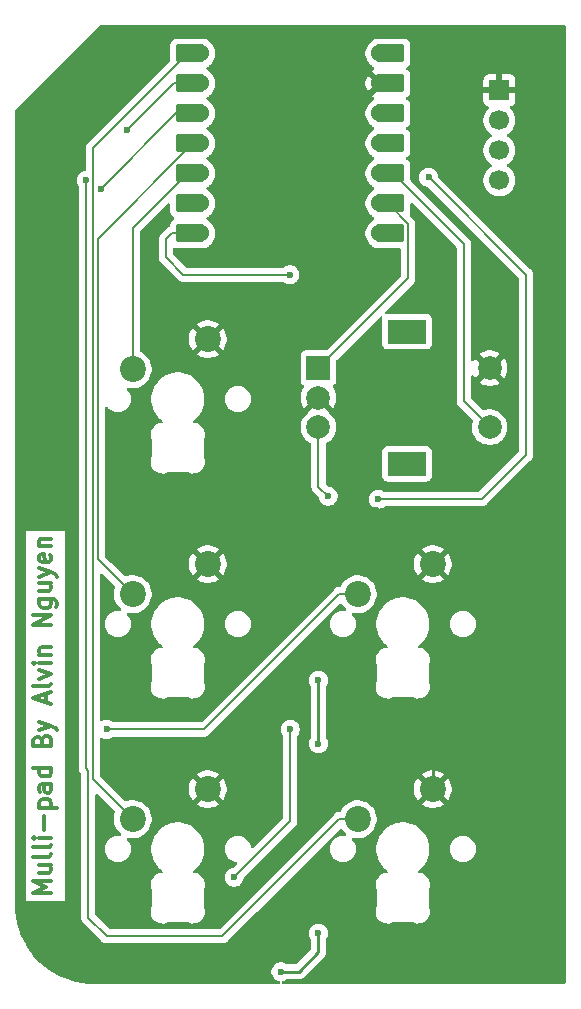
<source format=gbr>
%TF.GenerationSoftware,KiCad,Pcbnew,9.0.7*%
%TF.CreationDate,2026-01-29T22:10:29-06:00*%
%TF.ProjectId,macropad,6d616372-6f70-4616-942e-6b696361645f,rev?*%
%TF.SameCoordinates,Original*%
%TF.FileFunction,Copper,L1,Top*%
%TF.FilePolarity,Positive*%
%FSLAX46Y46*%
G04 Gerber Fmt 4.6, Leading zero omitted, Abs format (unit mm)*
G04 Created by KiCad (PCBNEW 9.0.7) date 2026-01-29 22:10:29*
%MOMM*%
%LPD*%
G01*
G04 APERTURE LIST*
G04 Aperture macros list*
%AMRoundRect*
0 Rectangle with rounded corners*
0 $1 Rounding radius*
0 $2 $3 $4 $5 $6 $7 $8 $9 X,Y pos of 4 corners*
0 Add a 4 corners polygon primitive as box body*
4,1,4,$2,$3,$4,$5,$6,$7,$8,$9,$2,$3,0*
0 Add four circle primitives for the rounded corners*
1,1,$1+$1,$2,$3*
1,1,$1+$1,$4,$5*
1,1,$1+$1,$6,$7*
1,1,$1+$1,$8,$9*
0 Add four rect primitives between the rounded corners*
20,1,$1+$1,$2,$3,$4,$5,0*
20,1,$1+$1,$4,$5,$6,$7,0*
20,1,$1+$1,$6,$7,$8,$9,0*
20,1,$1+$1,$8,$9,$2,$3,0*%
G04 Aperture macros list end*
%ADD10C,0.300000*%
%TA.AperFunction,NonConductor*%
%ADD11C,0.300000*%
%TD*%
%TA.AperFunction,ComponentPad*%
%ADD12C,2.200000*%
%TD*%
%TA.AperFunction,ComponentPad*%
%ADD13R,1.700000X1.700000*%
%TD*%
%TA.AperFunction,ComponentPad*%
%ADD14C,1.700000*%
%TD*%
%TA.AperFunction,SMDPad,CuDef*%
%ADD15RoundRect,0.152400X1.063600X0.609600X-1.063600X0.609600X-1.063600X-0.609600X1.063600X-0.609600X0*%
%TD*%
%TA.AperFunction,ComponentPad*%
%ADD16C,1.524000*%
%TD*%
%TA.AperFunction,SMDPad,CuDef*%
%ADD17RoundRect,0.152400X-1.063600X-0.609600X1.063600X-0.609600X1.063600X0.609600X-1.063600X0.609600X0*%
%TD*%
%TA.AperFunction,ComponentPad*%
%ADD18R,2.000000X2.000000*%
%TD*%
%TA.AperFunction,ComponentPad*%
%ADD19C,2.000000*%
%TD*%
%TA.AperFunction,ComponentPad*%
%ADD20R,3.200000X2.000000*%
%TD*%
%TA.AperFunction,ViaPad*%
%ADD21C,0.600000*%
%TD*%
%TA.AperFunction,Conductor*%
%ADD22C,0.250000*%
%TD*%
%TA.AperFunction,Conductor*%
%ADD23C,0.200000*%
%TD*%
G04 APERTURE END LIST*
D10*
D11*
X127388328Y-146587689D02*
X125888328Y-146587689D01*
X125888328Y-146587689D02*
X126959757Y-146087689D01*
X126959757Y-146087689D02*
X125888328Y-145587689D01*
X125888328Y-145587689D02*
X127388328Y-145587689D01*
X126388328Y-144230546D02*
X127388328Y-144230546D01*
X126388328Y-144873403D02*
X127174042Y-144873403D01*
X127174042Y-144873403D02*
X127316900Y-144801974D01*
X127316900Y-144801974D02*
X127388328Y-144659117D01*
X127388328Y-144659117D02*
X127388328Y-144444831D01*
X127388328Y-144444831D02*
X127316900Y-144301974D01*
X127316900Y-144301974D02*
X127245471Y-144230546D01*
X127388328Y-143301974D02*
X127316900Y-143444831D01*
X127316900Y-143444831D02*
X127174042Y-143516260D01*
X127174042Y-143516260D02*
X125888328Y-143516260D01*
X127388328Y-142516260D02*
X127316900Y-142659117D01*
X127316900Y-142659117D02*
X127174042Y-142730546D01*
X127174042Y-142730546D02*
X125888328Y-142730546D01*
X127388328Y-141944832D02*
X126388328Y-141944832D01*
X125888328Y-141944832D02*
X125959757Y-142016260D01*
X125959757Y-142016260D02*
X126031185Y-141944832D01*
X126031185Y-141944832D02*
X125959757Y-141873403D01*
X125959757Y-141873403D02*
X125888328Y-141944832D01*
X125888328Y-141944832D02*
X126031185Y-141944832D01*
X126816900Y-141230546D02*
X126816900Y-140087689D01*
X126388328Y-139373403D02*
X127888328Y-139373403D01*
X126459757Y-139373403D02*
X126388328Y-139230546D01*
X126388328Y-139230546D02*
X126388328Y-138944831D01*
X126388328Y-138944831D02*
X126459757Y-138801974D01*
X126459757Y-138801974D02*
X126531185Y-138730546D01*
X126531185Y-138730546D02*
X126674042Y-138659117D01*
X126674042Y-138659117D02*
X127102614Y-138659117D01*
X127102614Y-138659117D02*
X127245471Y-138730546D01*
X127245471Y-138730546D02*
X127316900Y-138801974D01*
X127316900Y-138801974D02*
X127388328Y-138944831D01*
X127388328Y-138944831D02*
X127388328Y-139230546D01*
X127388328Y-139230546D02*
X127316900Y-139373403D01*
X127388328Y-137373403D02*
X126602614Y-137373403D01*
X126602614Y-137373403D02*
X126459757Y-137444831D01*
X126459757Y-137444831D02*
X126388328Y-137587688D01*
X126388328Y-137587688D02*
X126388328Y-137873403D01*
X126388328Y-137873403D02*
X126459757Y-138016260D01*
X127316900Y-137373403D02*
X127388328Y-137516260D01*
X127388328Y-137516260D02*
X127388328Y-137873403D01*
X127388328Y-137873403D02*
X127316900Y-138016260D01*
X127316900Y-138016260D02*
X127174042Y-138087688D01*
X127174042Y-138087688D02*
X127031185Y-138087688D01*
X127031185Y-138087688D02*
X126888328Y-138016260D01*
X126888328Y-138016260D02*
X126816900Y-137873403D01*
X126816900Y-137873403D02*
X126816900Y-137516260D01*
X126816900Y-137516260D02*
X126745471Y-137373403D01*
X127388328Y-136016260D02*
X125888328Y-136016260D01*
X127316900Y-136016260D02*
X127388328Y-136159117D01*
X127388328Y-136159117D02*
X127388328Y-136444831D01*
X127388328Y-136444831D02*
X127316900Y-136587688D01*
X127316900Y-136587688D02*
X127245471Y-136659117D01*
X127245471Y-136659117D02*
X127102614Y-136730545D01*
X127102614Y-136730545D02*
X126674042Y-136730545D01*
X126674042Y-136730545D02*
X126531185Y-136659117D01*
X126531185Y-136659117D02*
X126459757Y-136587688D01*
X126459757Y-136587688D02*
X126388328Y-136444831D01*
X126388328Y-136444831D02*
X126388328Y-136159117D01*
X126388328Y-136159117D02*
X126459757Y-136016260D01*
X126602614Y-133659117D02*
X126674042Y-133444831D01*
X126674042Y-133444831D02*
X126745471Y-133373402D01*
X126745471Y-133373402D02*
X126888328Y-133301974D01*
X126888328Y-133301974D02*
X127102614Y-133301974D01*
X127102614Y-133301974D02*
X127245471Y-133373402D01*
X127245471Y-133373402D02*
X127316900Y-133444831D01*
X127316900Y-133444831D02*
X127388328Y-133587688D01*
X127388328Y-133587688D02*
X127388328Y-134159117D01*
X127388328Y-134159117D02*
X125888328Y-134159117D01*
X125888328Y-134159117D02*
X125888328Y-133659117D01*
X125888328Y-133659117D02*
X125959757Y-133516260D01*
X125959757Y-133516260D02*
X126031185Y-133444831D01*
X126031185Y-133444831D02*
X126174042Y-133373402D01*
X126174042Y-133373402D02*
X126316900Y-133373402D01*
X126316900Y-133373402D02*
X126459757Y-133444831D01*
X126459757Y-133444831D02*
X126531185Y-133516260D01*
X126531185Y-133516260D02*
X126602614Y-133659117D01*
X126602614Y-133659117D02*
X126602614Y-134159117D01*
X126388328Y-132801974D02*
X127388328Y-132444831D01*
X126388328Y-132087688D02*
X127388328Y-132444831D01*
X127388328Y-132444831D02*
X127745471Y-132587688D01*
X127745471Y-132587688D02*
X127816900Y-132659117D01*
X127816900Y-132659117D02*
X127888328Y-132801974D01*
X126959757Y-130444831D02*
X126959757Y-129730546D01*
X127388328Y-130587688D02*
X125888328Y-130087688D01*
X125888328Y-130087688D02*
X127388328Y-129587688D01*
X127388328Y-128873403D02*
X127316900Y-129016260D01*
X127316900Y-129016260D02*
X127174042Y-129087689D01*
X127174042Y-129087689D02*
X125888328Y-129087689D01*
X126388328Y-128444832D02*
X127388328Y-128087689D01*
X127388328Y-128087689D02*
X126388328Y-127730546D01*
X127388328Y-127159118D02*
X126388328Y-127159118D01*
X125888328Y-127159118D02*
X125959757Y-127230546D01*
X125959757Y-127230546D02*
X126031185Y-127159118D01*
X126031185Y-127159118D02*
X125959757Y-127087689D01*
X125959757Y-127087689D02*
X125888328Y-127159118D01*
X125888328Y-127159118D02*
X126031185Y-127159118D01*
X126388328Y-126444832D02*
X127388328Y-126444832D01*
X126531185Y-126444832D02*
X126459757Y-126373403D01*
X126459757Y-126373403D02*
X126388328Y-126230546D01*
X126388328Y-126230546D02*
X126388328Y-126016260D01*
X126388328Y-126016260D02*
X126459757Y-125873403D01*
X126459757Y-125873403D02*
X126602614Y-125801975D01*
X126602614Y-125801975D02*
X127388328Y-125801975D01*
X127388328Y-123944832D02*
X125888328Y-123944832D01*
X125888328Y-123944832D02*
X127388328Y-123087689D01*
X127388328Y-123087689D02*
X125888328Y-123087689D01*
X126388328Y-121730546D02*
X127602614Y-121730546D01*
X127602614Y-121730546D02*
X127745471Y-121801974D01*
X127745471Y-121801974D02*
X127816900Y-121873403D01*
X127816900Y-121873403D02*
X127888328Y-122016260D01*
X127888328Y-122016260D02*
X127888328Y-122230546D01*
X127888328Y-122230546D02*
X127816900Y-122373403D01*
X127316900Y-121730546D02*
X127388328Y-121873403D01*
X127388328Y-121873403D02*
X127388328Y-122159117D01*
X127388328Y-122159117D02*
X127316900Y-122301974D01*
X127316900Y-122301974D02*
X127245471Y-122373403D01*
X127245471Y-122373403D02*
X127102614Y-122444831D01*
X127102614Y-122444831D02*
X126674042Y-122444831D01*
X126674042Y-122444831D02*
X126531185Y-122373403D01*
X126531185Y-122373403D02*
X126459757Y-122301974D01*
X126459757Y-122301974D02*
X126388328Y-122159117D01*
X126388328Y-122159117D02*
X126388328Y-121873403D01*
X126388328Y-121873403D02*
X126459757Y-121730546D01*
X126388328Y-120373403D02*
X127388328Y-120373403D01*
X126388328Y-121016260D02*
X127174042Y-121016260D01*
X127174042Y-121016260D02*
X127316900Y-120944831D01*
X127316900Y-120944831D02*
X127388328Y-120801974D01*
X127388328Y-120801974D02*
X127388328Y-120587688D01*
X127388328Y-120587688D02*
X127316900Y-120444831D01*
X127316900Y-120444831D02*
X127245471Y-120373403D01*
X126388328Y-119801974D02*
X127388328Y-119444831D01*
X126388328Y-119087688D02*
X127388328Y-119444831D01*
X127388328Y-119444831D02*
X127745471Y-119587688D01*
X127745471Y-119587688D02*
X127816900Y-119659117D01*
X127816900Y-119659117D02*
X127888328Y-119801974D01*
X127316900Y-117944831D02*
X127388328Y-118087688D01*
X127388328Y-118087688D02*
X127388328Y-118373403D01*
X127388328Y-118373403D02*
X127316900Y-118516260D01*
X127316900Y-118516260D02*
X127174042Y-118587688D01*
X127174042Y-118587688D02*
X126602614Y-118587688D01*
X126602614Y-118587688D02*
X126459757Y-118516260D01*
X126459757Y-118516260D02*
X126388328Y-118373403D01*
X126388328Y-118373403D02*
X126388328Y-118087688D01*
X126388328Y-118087688D02*
X126459757Y-117944831D01*
X126459757Y-117944831D02*
X126602614Y-117873403D01*
X126602614Y-117873403D02*
X126745471Y-117873403D01*
X126745471Y-117873403D02*
X126888328Y-118587688D01*
X126388328Y-117230546D02*
X127388328Y-117230546D01*
X126531185Y-117230546D02*
X126459757Y-117159117D01*
X126459757Y-117159117D02*
X126388328Y-117016260D01*
X126388328Y-117016260D02*
X126388328Y-116801974D01*
X126388328Y-116801974D02*
X126459757Y-116659117D01*
X126459757Y-116659117D02*
X126602614Y-116587689D01*
X126602614Y-116587689D02*
X127388328Y-116587689D01*
D12*
%TO.P,SW5,1,1*%
%TO.N,GND*%
X159702500Y-137795000D03*
%TO.P,SW5,2,2*%
%TO.N,Net-(U1-GPIO27{slash}ADC1{slash}A1)*%
X153352500Y-140335000D03*
%TD*%
D13*
%TO.P,J1,1,Pin_1*%
%TO.N,GND*%
X165337500Y-78630000D03*
D14*
%TO.P,J1,2,Pin_2*%
%TO.N,+3V3*%
X165337500Y-81170000D03*
%TO.P,J1,3,Pin_3*%
%TO.N,SCL*%
X165337500Y-83710000D03*
%TO.P,J1,4,Pin_4*%
%TO.N,SDA*%
X165337500Y-86250000D03*
%TD*%
D12*
%TO.P,SW3,1,1*%
%TO.N,GND*%
X159702500Y-118745000D03*
%TO.P,SW3,2,2*%
%TO.N,Net-(U1-GPIO28{slash}ADC2{slash}A2)*%
X153352500Y-121285000D03*
%TD*%
D15*
%TO.P,U1,1,GPIO26/ADC0/A0*%
%TO.N,Net-(U1-GPIO26{slash}ADC0{slash}A0)*%
X139182500Y-75510000D03*
D16*
X140017500Y-75510000D03*
D15*
%TO.P,U1,2,GPIO27/ADC1/A1*%
%TO.N,Net-(U1-GPIO27{slash}ADC1{slash}A1)*%
X139182500Y-78050000D03*
D16*
X140017500Y-78050000D03*
D15*
%TO.P,U1,3,GPIO28/ADC2/A2*%
%TO.N,Net-(U1-GPIO28{slash}ADC2{slash}A2)*%
X139182500Y-80590000D03*
D16*
X140017500Y-80590000D03*
D15*
%TO.P,U1,4,GPIO29/ADC3/A3*%
%TO.N,Net-(U1-GPIO29{slash}ADC3{slash}A3)*%
X139182500Y-83130000D03*
D16*
X140017500Y-83130000D03*
D15*
%TO.P,U1,5,GPIO6/SDA*%
%TO.N,Net-(U1-GPIO6{slash}SDA)*%
X139182500Y-85670000D03*
D16*
X140017500Y-85670000D03*
D15*
%TO.P,U1,6,GPIO7/SCL*%
%TO.N,SCL*%
X139182500Y-88210000D03*
D16*
X140017500Y-88210000D03*
D15*
%TO.P,U1,7,GPIO0/TX*%
%TO.N,SDA*%
X139182500Y-90750000D03*
D16*
X140017500Y-90750000D03*
%TO.P,U1,8,GPIO1/RX*%
%TO.N,Net-(D1-DIN)*%
X155257500Y-90750000D03*
D17*
X156092500Y-90750000D03*
D16*
%TO.P,U1,9,GPIO2/SCK*%
%TO.N,Net-(U1-GPIO2{slash}SCK)*%
X155257500Y-88210000D03*
D17*
X156092500Y-88210000D03*
D16*
%TO.P,U1,10,GPIO4/MISO*%
%TO.N,Net-(U1-GPIO4{slash}MISO)*%
X155257500Y-85670000D03*
D17*
X156092500Y-85670000D03*
D16*
%TO.P,U1,11,GPIO3/MOSI*%
%TO.N,Net-(U1-GPIO3{slash}MOSI)*%
X155257500Y-83130000D03*
D17*
X156092500Y-83130000D03*
D16*
%TO.P,U1,12,3V3*%
%TO.N,+3V3*%
X155257500Y-80590000D03*
D17*
X156092500Y-80590000D03*
D16*
%TO.P,U1,13,GND*%
%TO.N,GND*%
X155257500Y-78050000D03*
D17*
X156092500Y-78050000D03*
D16*
%TO.P,U1,14,VBUS*%
%TO.N,+5V*%
X155257500Y-75510000D03*
D17*
X156092500Y-75510000D03*
%TD*%
D12*
%TO.P,SW2,1,1*%
%TO.N,GND*%
X140652500Y-118745000D03*
%TO.P,SW2,2,2*%
%TO.N,Net-(U1-GPIO29{slash}ADC3{slash}A3)*%
X134302500Y-121285000D03*
%TD*%
%TO.P,SW4,1,1*%
%TO.N,GND*%
X140652500Y-137795000D03*
%TO.P,SW4,2,2*%
%TO.N,Net-(U1-GPIO26{slash}ADC0{slash}A0)*%
X134302500Y-140335000D03*
%TD*%
D18*
%TO.P,SW6,A,A*%
%TO.N,Net-(U1-GPIO2{slash}SCK)*%
X150018750Y-102156250D03*
D19*
%TO.P,SW6,B,B*%
%TO.N,Net-(U1-GPIO3{slash}MOSI)*%
X150018750Y-107156250D03*
%TO.P,SW6,C,C*%
%TO.N,GND*%
X150018750Y-104656250D03*
D20*
%TO.P,SW6,MP*%
%TO.N,N/C*%
X157518750Y-99056250D03*
X157518750Y-110256250D03*
D19*
%TO.P,SW6,S1,S1*%
%TO.N,Net-(U1-GPIO4{slash}MISO)*%
X164518750Y-107156250D03*
%TO.P,SW6,S2,S2*%
%TO.N,GND*%
X164518750Y-102156250D03*
%TD*%
D12*
%TO.P,SW1,1,1*%
%TO.N,GND*%
X140652500Y-99695000D03*
%TO.P,SW1,2,2*%
%TO.N,Net-(U1-GPIO6{slash}SDA)*%
X134302500Y-102235000D03*
%TD*%
D21*
%TO.N,GND*%
X159087500Y-132000000D03*
%TO.N,+5V*%
X146837500Y-153250000D03*
X150018750Y-150018750D03*
X150018750Y-133950000D03*
X150018750Y-128587500D03*
%TO.N,Net-(D3-DOUT)*%
X147637500Y-132750000D03*
X142875000Y-145256250D03*
%TO.N,Net-(U1-GPIO27{slash}ADC1{slash}A1)*%
X133837500Y-82000000D03*
X130336500Y-86250000D03*
%TO.N,Net-(U1-GPIO28{slash}ADC2{slash}A2)*%
X132087500Y-132750000D03*
X131587500Y-87000000D03*
%TO.N,Net-(U1-GPIO3{slash}MOSI)*%
X155087500Y-113250000D03*
X150837500Y-113000000D03*
X159337500Y-86000000D03*
%TO.N,SDA*%
X147587500Y-94250000D03*
%TD*%
D22*
%TO.N,GND*%
X159702500Y-137795000D02*
X159702500Y-132615000D01*
D23*
X154957500Y-114000000D02*
X159702500Y-118745000D01*
X152837500Y-112750000D02*
X154087500Y-114000000D01*
X154087500Y-114000000D02*
X154957500Y-114000000D01*
X152837500Y-107475000D02*
X152837500Y-112750000D01*
X150018750Y-104656250D02*
X152837500Y-107475000D01*
D22*
X159702500Y-132615000D02*
X159087500Y-132000000D01*
%TO.N,+5V*%
X150018750Y-151600000D02*
X150018750Y-150018750D01*
X146837500Y-153250000D02*
X148368750Y-153250000D01*
X148368750Y-153250000D02*
X150018750Y-151600000D01*
X150018750Y-133950000D02*
X150018750Y-128587500D01*
D23*
%TO.N,Net-(D3-DOUT)*%
X147637500Y-140493750D02*
X142875000Y-145256250D01*
X147637500Y-132750000D02*
X147637500Y-140493750D01*
%TO.N,Net-(U1-GPIO26{slash}ADC0{slash}A0)*%
X134302500Y-140335000D02*
X130936500Y-136969000D01*
X130936500Y-83513370D02*
X138939870Y-75510000D01*
X138939870Y-75510000D02*
X140017500Y-75510000D01*
X130936500Y-136969000D02*
X130936500Y-83513370D01*
%TO.N,Net-(U1-GPIO27{slash}ADC1{slash}A1)*%
X132087500Y-150250000D02*
X130535500Y-148698000D01*
X153352500Y-140335000D02*
X151796866Y-140335000D01*
X130336500Y-136051000D02*
X130336500Y-86250000D01*
X141881866Y-150250000D02*
X132087500Y-150250000D01*
X137787500Y-78050000D02*
X140017500Y-78050000D01*
X130535500Y-148698000D02*
X130535500Y-136250000D01*
X133837500Y-82000000D02*
X137787500Y-78050000D01*
X130535500Y-136250000D02*
X130336500Y-136051000D01*
X151796866Y-140335000D02*
X141881866Y-150250000D01*
%TO.N,Net-(U1-GPIO28{slash}ADC2{slash}A2)*%
X137997500Y-80590000D02*
X131587500Y-87000000D01*
X140017500Y-80590000D02*
X137997500Y-80590000D01*
X151796866Y-121285000D02*
X153352500Y-121285000D01*
X132087500Y-132750000D02*
X140331866Y-132750000D01*
X140331866Y-132750000D02*
X151796866Y-121285000D01*
%TO.N,Net-(U1-GPIO6{slash}SDA)*%
X134302500Y-90307370D02*
X138939870Y-85670000D01*
X138939870Y-85670000D02*
X140017500Y-85670000D01*
X134302500Y-102235000D02*
X134302500Y-90307370D01*
%TO.N,Net-(U1-GPIO29{slash}ADC3{slash}A3)*%
X131337500Y-118320000D02*
X131337500Y-91196374D01*
X139403874Y-83130000D02*
X140017500Y-83130000D01*
X134302500Y-121285000D02*
X131337500Y-118320000D01*
X131337500Y-91196374D02*
X139403874Y-83130000D01*
%TO.N,Net-(U1-GPIO4{slash}MISO)*%
X162337500Y-104975000D02*
X164518750Y-107156250D01*
X162337500Y-91672370D02*
X162337500Y-104975000D01*
X155257500Y-85670000D02*
X156335130Y-85670000D01*
X156335130Y-85670000D02*
X162337500Y-91672370D01*
%TO.N,Net-(U1-GPIO2{slash}SCK)*%
X155871126Y-88210000D02*
X157609500Y-89948374D01*
X155257500Y-88210000D02*
X155871126Y-88210000D01*
X157609500Y-94565500D02*
X150018750Y-102156250D01*
X157609500Y-89948374D02*
X157609500Y-94565500D01*
%TO.N,Net-(U1-GPIO3{slash}MOSI)*%
X167587500Y-94250000D02*
X167587500Y-109500000D01*
X150018750Y-112181250D02*
X150018750Y-107156250D01*
X163837500Y-113250000D02*
X155087500Y-113250000D01*
X150837500Y-113000000D02*
X150018750Y-112181250D01*
X167587500Y-109500000D02*
X163837500Y-113250000D01*
X159337500Y-86000000D02*
X167587500Y-94250000D01*
%TO.N,SDA*%
X137587500Y-90750000D02*
X140017500Y-90750000D01*
X147587500Y-94250000D02*
X138587500Y-94250000D01*
X137087500Y-91250000D02*
X137587500Y-90750000D01*
X138587500Y-94250000D02*
X137087500Y-92750000D01*
X137087500Y-92750000D02*
X137087500Y-91250000D01*
%TD*%
%TA.AperFunction,Conductor*%
%TO.N,GND*%
G36*
X170892539Y-73109185D02*
G01*
X170938294Y-73161989D01*
X170949500Y-73213500D01*
X170949500Y-154156750D01*
X170929815Y-154223789D01*
X170877011Y-154269544D01*
X170825500Y-154280750D01*
X147017791Y-154280750D01*
X146950752Y-154261065D01*
X146904997Y-154208261D01*
X146895053Y-154139103D01*
X146924078Y-154075547D01*
X146982856Y-154037773D01*
X146993599Y-154035133D01*
X147048643Y-154024183D01*
X147070997Y-154019737D01*
X147216679Y-153959394D01*
X147310959Y-153896398D01*
X147377636Y-153875520D01*
X147379850Y-153875500D01*
X148430357Y-153875500D01*
X148490779Y-153863481D01*
X148551202Y-153851463D01*
X148584542Y-153837652D01*
X148665036Y-153804312D01*
X148730919Y-153760289D01*
X148767483Y-153735858D01*
X148854608Y-153648733D01*
X148854608Y-153648731D01*
X148864816Y-153638524D01*
X148864817Y-153638521D01*
X150504607Y-151998734D01*
X150573061Y-151896286D01*
X150620213Y-151782451D01*
X150620804Y-151779483D01*
X150644250Y-151661606D01*
X150644250Y-150561100D01*
X150663935Y-150494061D01*
X150665148Y-150492209D01*
X150697728Y-150443449D01*
X150728144Y-150397929D01*
X150788487Y-150252247D01*
X150819250Y-150097592D01*
X150819250Y-149939908D01*
X150819250Y-149939905D01*
X150819249Y-149939903D01*
X150788488Y-149785260D01*
X150788487Y-149785253D01*
X150731083Y-149646666D01*
X150728147Y-149639577D01*
X150728140Y-149639564D01*
X150640539Y-149508461D01*
X150640536Y-149508457D01*
X150529042Y-149396963D01*
X150529038Y-149396960D01*
X150397935Y-149309359D01*
X150397922Y-149309352D01*
X150252251Y-149249014D01*
X150252239Y-149249011D01*
X150097595Y-149218250D01*
X150097592Y-149218250D01*
X149939908Y-149218250D01*
X149939905Y-149218250D01*
X149785260Y-149249011D01*
X149785248Y-149249014D01*
X149639577Y-149309352D01*
X149639564Y-149309359D01*
X149508461Y-149396960D01*
X149508457Y-149396963D01*
X149396963Y-149508457D01*
X149396960Y-149508461D01*
X149309359Y-149639564D01*
X149309352Y-149639577D01*
X149249014Y-149785248D01*
X149249011Y-149785260D01*
X149218250Y-149939903D01*
X149218250Y-150097596D01*
X149249011Y-150252239D01*
X149249014Y-150252251D01*
X149309352Y-150397922D01*
X149309359Y-150397934D01*
X149372352Y-150492209D01*
X149393230Y-150558886D01*
X149393250Y-150561100D01*
X149393250Y-151289547D01*
X149373565Y-151356586D01*
X149356931Y-151377228D01*
X148145979Y-152588181D01*
X148084656Y-152621666D01*
X148058298Y-152624500D01*
X147379850Y-152624500D01*
X147312811Y-152604815D01*
X147310959Y-152603602D01*
X147216684Y-152540609D01*
X147216672Y-152540602D01*
X147071001Y-152480264D01*
X147070989Y-152480261D01*
X146916345Y-152449500D01*
X146916342Y-152449500D01*
X146758658Y-152449500D01*
X146758655Y-152449500D01*
X146604010Y-152480261D01*
X146603998Y-152480264D01*
X146458327Y-152540602D01*
X146458314Y-152540609D01*
X146327211Y-152628210D01*
X146327207Y-152628213D01*
X146215713Y-152739707D01*
X146215710Y-152739711D01*
X146128109Y-152870814D01*
X146128102Y-152870827D01*
X146067764Y-153016498D01*
X146067761Y-153016510D01*
X146037000Y-153171153D01*
X146037000Y-153328846D01*
X146067761Y-153483489D01*
X146067764Y-153483501D01*
X146128102Y-153629172D01*
X146128109Y-153629185D01*
X146215710Y-153760288D01*
X146215713Y-153760292D01*
X146327207Y-153871786D01*
X146327211Y-153871789D01*
X146458314Y-153959390D01*
X146458327Y-153959397D01*
X146603998Y-154019735D01*
X146604003Y-154019737D01*
X146604007Y-154019737D01*
X146604008Y-154019738D01*
X146681401Y-154035133D01*
X146743312Y-154067518D01*
X146777886Y-154128234D01*
X146774146Y-154198003D01*
X146733279Y-154254675D01*
X146668261Y-154280257D01*
X146657209Y-154280750D01*
X130971066Y-154280750D01*
X130966429Y-154280663D01*
X130476941Y-154262344D01*
X130467693Y-154261651D01*
X129983245Y-154207063D01*
X129974076Y-154205681D01*
X129495062Y-154115044D01*
X129486022Y-154112981D01*
X129015105Y-153986796D01*
X129006244Y-153984062D01*
X128546092Y-153823045D01*
X128537460Y-153819657D01*
X128090631Y-153624705D01*
X128082276Y-153620682D01*
X127651251Y-153392876D01*
X127643221Y-153388240D01*
X127230428Y-153128863D01*
X127222766Y-153123639D01*
X126830512Y-152834138D01*
X126823262Y-152828356D01*
X126453739Y-152510354D01*
X126446942Y-152504047D01*
X126102221Y-152159324D01*
X126095913Y-152152526D01*
X125875402Y-151896286D01*
X125777901Y-151782987D01*
X125772132Y-151775752D01*
X125482636Y-151383496D01*
X125477415Y-151375840D01*
X125465317Y-151356586D01*
X125218029Y-150963027D01*
X125213397Y-150955003D01*
X124985596Y-150523980D01*
X124981585Y-150515651D01*
X124786627Y-150068799D01*
X124783239Y-150060168D01*
X124622218Y-149599997D01*
X124619485Y-149591135D01*
X124567457Y-149396961D01*
X124493304Y-149120217D01*
X124491248Y-149111209D01*
X124400610Y-148632172D01*
X124399229Y-148623009D01*
X124398771Y-148618943D01*
X124344643Y-148138542D01*
X124343953Y-148129326D01*
X124325586Y-147638488D01*
X124325500Y-147633853D01*
X124325500Y-147244350D01*
X125230303Y-147244350D01*
X128545553Y-147244350D01*
X128545553Y-115930464D01*
X125230303Y-115930464D01*
X125230303Y-147244350D01*
X124325500Y-147244350D01*
X124325500Y-86171153D01*
X129536000Y-86171153D01*
X129536000Y-86328846D01*
X129566761Y-86483489D01*
X129566764Y-86483501D01*
X129627102Y-86629172D01*
X129627109Y-86629185D01*
X129715102Y-86760874D01*
X129735980Y-86827551D01*
X129736000Y-86829765D01*
X129736000Y-135964330D01*
X129735999Y-135964348D01*
X129735999Y-136130054D01*
X129735998Y-136130054D01*
X129776923Y-136282786D01*
X129776924Y-136282787D01*
X129803638Y-136329057D01*
X129855980Y-136419716D01*
X129855982Y-136419718D01*
X129898681Y-136462417D01*
X129932166Y-136523740D01*
X129935000Y-136550098D01*
X129935000Y-148611330D01*
X129934999Y-148611348D01*
X129934999Y-148777054D01*
X129934998Y-148777054D01*
X129934999Y-148777057D01*
X129975923Y-148929785D01*
X130000914Y-148973070D01*
X130004858Y-148979900D01*
X130004859Y-148979904D01*
X130004860Y-148979904D01*
X130049250Y-149056792D01*
X130054979Y-149066714D01*
X130054981Y-149066717D01*
X130173849Y-149185585D01*
X130173855Y-149185590D01*
X131602639Y-150614374D01*
X131602649Y-150614385D01*
X131606979Y-150618715D01*
X131606980Y-150618716D01*
X131718784Y-150730520D01*
X131718786Y-150730521D01*
X131718790Y-150730524D01*
X131855709Y-150809573D01*
X131855716Y-150809577D01*
X131967519Y-150839534D01*
X132008442Y-150850500D01*
X132008443Y-150850500D01*
X141795197Y-150850500D01*
X141795213Y-150850501D01*
X141802809Y-150850501D01*
X141960920Y-150850501D01*
X141960923Y-150850501D01*
X142113651Y-150809577D01*
X142163770Y-150780639D01*
X142250582Y-150730520D01*
X142362386Y-150618716D01*
X142362386Y-150618714D01*
X142372594Y-150608507D01*
X142372596Y-150608504D01*
X144798748Y-148182352D01*
X154859000Y-148182352D01*
X154859000Y-148182357D01*
X154876746Y-148364085D01*
X154876749Y-148364100D01*
X154927098Y-148539608D01*
X154927104Y-148539623D01*
X155008396Y-148703124D01*
X155008402Y-148703132D01*
X155117953Y-148849216D01*
X155252144Y-148973060D01*
X155406538Y-149070565D01*
X155576032Y-149138508D01*
X155576039Y-149138509D01*
X155576041Y-149138510D01*
X155622209Y-149147831D01*
X155755025Y-149174646D01*
X155937603Y-149177783D01*
X156117732Y-149147816D01*
X156289461Y-149085735D01*
X156304622Y-149076899D01*
X156311157Y-149073099D01*
X156311431Y-149073025D01*
X156339253Y-149056765D01*
X156339438Y-149056658D01*
X156342486Y-149055908D01*
X156401761Y-149039858D01*
X157882798Y-149039858D01*
X157882902Y-149039864D01*
X157891105Y-149039863D01*
X157891108Y-149039864D01*
X157923247Y-149039861D01*
X157985806Y-149056792D01*
X158020225Y-149076899D01*
X158021066Y-149077318D01*
X158035537Y-149085752D01*
X158181508Y-149138521D01*
X158207268Y-149147833D01*
X158387400Y-149177799D01*
X158569981Y-149174661D01*
X158748977Y-149138523D01*
X158918473Y-149070577D01*
X159072868Y-148973071D01*
X159207061Y-148849225D01*
X159316617Y-148703132D01*
X159397915Y-148539620D01*
X159448269Y-148364093D01*
X159466016Y-148182350D01*
X159450568Y-148000397D01*
X159402437Y-147824247D01*
X159395084Y-147808929D01*
X159391581Y-147801618D01*
X159391532Y-147801354D01*
X159375173Y-147767371D01*
X159375043Y-147766574D01*
X159363000Y-147713792D01*
X159363000Y-146411044D01*
X159363001Y-146411015D01*
X159363000Y-146402396D01*
X159363002Y-146402392D01*
X159363000Y-146365052D01*
X159375204Y-146311408D01*
X159402539Y-146254439D01*
X159402540Y-146254436D01*
X159402549Y-146254405D01*
X159450646Y-146078287D01*
X159466071Y-145896339D01*
X159448307Y-145714604D01*
X159425584Y-145635422D01*
X159397941Y-145539092D01*
X159397939Y-145539090D01*
X159397939Y-145539087D01*
X159344028Y-145430677D01*
X159316635Y-145375590D01*
X159207077Y-145229511D01*
X159207076Y-145229510D01*
X159207073Y-145229506D01*
X159072881Y-145105669D01*
X159072878Y-145105667D01*
X159072877Y-145105666D01*
X158918492Y-145008170D01*
X158912300Y-145005688D01*
X158749000Y-144940226D01*
X158748999Y-144940225D01*
X158748995Y-144940224D01*
X158570010Y-144904085D01*
X158566460Y-144903700D01*
X158564908Y-144903055D01*
X158564476Y-144902968D01*
X158564493Y-144902882D01*
X158501937Y-144876894D01*
X158462149Y-144819460D01*
X158459729Y-144749632D01*
X158495445Y-144689581D01*
X158504359Y-144682049D01*
X158566374Y-144634463D01*
X158649542Y-144570646D01*
X158858146Y-144362042D01*
X159037738Y-144127994D01*
X159185243Y-143872507D01*
X159298139Y-143599952D01*
X159374493Y-143314993D01*
X159413000Y-143022506D01*
X159413000Y-142788389D01*
X161142000Y-142788389D01*
X161142000Y-142961611D01*
X161169098Y-143132701D01*
X161222627Y-143297445D01*
X161301268Y-143451788D01*
X161403086Y-143591928D01*
X161525572Y-143714414D01*
X161665712Y-143816232D01*
X161820055Y-143894873D01*
X161984799Y-143948402D01*
X162155889Y-143975500D01*
X162155890Y-143975500D01*
X162329110Y-143975500D01*
X162329111Y-143975500D01*
X162500201Y-143948402D01*
X162664945Y-143894873D01*
X162819288Y-143816232D01*
X162959428Y-143714414D01*
X163081914Y-143591928D01*
X163183732Y-143451788D01*
X163262373Y-143297445D01*
X163315902Y-143132701D01*
X163343000Y-142961611D01*
X163343000Y-142788389D01*
X163315902Y-142617299D01*
X163262373Y-142452555D01*
X163183732Y-142298212D01*
X163081914Y-142158072D01*
X162959428Y-142035586D01*
X162819288Y-141933768D01*
X162664945Y-141855127D01*
X162500201Y-141801598D01*
X162500199Y-141801597D01*
X162500198Y-141801597D01*
X162368771Y-141780781D01*
X162329111Y-141774500D01*
X162155889Y-141774500D01*
X162116228Y-141780781D01*
X161984802Y-141801597D01*
X161820052Y-141855128D01*
X161665711Y-141933768D01*
X161608789Y-141975125D01*
X161525572Y-142035586D01*
X161525570Y-142035588D01*
X161525569Y-142035588D01*
X161403088Y-142158069D01*
X161403088Y-142158070D01*
X161403086Y-142158072D01*
X161359359Y-142218256D01*
X161301268Y-142298211D01*
X161222628Y-142452552D01*
X161169097Y-142617302D01*
X161152639Y-142721215D01*
X161142000Y-142788389D01*
X159413000Y-142788389D01*
X159413000Y-142727494D01*
X159374493Y-142435007D01*
X159298139Y-142150048D01*
X159185243Y-141877493D01*
X159129809Y-141781479D01*
X159037738Y-141622006D01*
X158858147Y-141387959D01*
X158858141Y-141387952D01*
X158649547Y-141179358D01*
X158649540Y-141179352D01*
X158415493Y-140999761D01*
X158160010Y-140852258D01*
X158160000Y-140852254D01*
X157887461Y-140739364D01*
X157887454Y-140739362D01*
X157887452Y-140739361D01*
X157602493Y-140663007D01*
X157553613Y-140656571D01*
X157310013Y-140624500D01*
X157310006Y-140624500D01*
X157014994Y-140624500D01*
X157014986Y-140624500D01*
X156736585Y-140661153D01*
X156722507Y-140663007D01*
X156547928Y-140709785D01*
X156437548Y-140739361D01*
X156437538Y-140739364D01*
X156164999Y-140852254D01*
X156164989Y-140852258D01*
X155909506Y-140999761D01*
X155675459Y-141179352D01*
X155675452Y-141179358D01*
X155466858Y-141387952D01*
X155466852Y-141387959D01*
X155287261Y-141622006D01*
X155139758Y-141877489D01*
X155139754Y-141877499D01*
X155026864Y-142150038D01*
X155026861Y-142150048D01*
X154950508Y-142435004D01*
X154950506Y-142435015D01*
X154912000Y-142727486D01*
X154912000Y-143022513D01*
X154944071Y-143266113D01*
X154950507Y-143314993D01*
X155024712Y-143591930D01*
X155026861Y-143599951D01*
X155026864Y-143599961D01*
X155139754Y-143872500D01*
X155139758Y-143872510D01*
X155287261Y-144127993D01*
X155466852Y-144362040D01*
X155466858Y-144362047D01*
X155675452Y-144570641D01*
X155675459Y-144570647D01*
X155820749Y-144682132D01*
X155861952Y-144738560D01*
X155866107Y-144808306D01*
X155831895Y-144869226D01*
X155770178Y-144901979D01*
X155758654Y-144903783D01*
X155754996Y-144904180D01*
X155576033Y-144940315D01*
X155576028Y-144940316D01*
X155406553Y-145008253D01*
X155252180Y-145105741D01*
X155252171Y-145105748D01*
X155117999Y-145229565D01*
X155008445Y-145375640D01*
X154927150Y-145539120D01*
X154876787Y-145714621D01*
X154859024Y-145896342D01*
X154874447Y-146078268D01*
X154922549Y-146254405D01*
X154922552Y-146254412D01*
X154929812Y-146269545D01*
X154929849Y-146269621D01*
X154933408Y-146277054D01*
X154933465Y-146277348D01*
X154949837Y-146311358D01*
X154949977Y-146312220D01*
X154962000Y-146364917D01*
X154962000Y-146411017D01*
X154962002Y-146411046D01*
X154962002Y-147713792D01*
X154959365Y-147725404D01*
X154960400Y-147733661D01*
X154949945Y-147766892D01*
X154949844Y-147767339D01*
X154949666Y-147767710D01*
X154933470Y-147801355D01*
X154933412Y-147801658D01*
X154929823Y-147809156D01*
X154929808Y-147809172D01*
X154929771Y-147809265D01*
X154922580Y-147824246D01*
X154922577Y-147824254D01*
X154874447Y-148000396D01*
X154864560Y-148116854D01*
X154859654Y-148174654D01*
X154859000Y-148182352D01*
X144798748Y-148182352D01*
X151806750Y-141174349D01*
X151868071Y-141140866D01*
X151937763Y-141145850D01*
X151993696Y-141187722D01*
X151994747Y-141189147D01*
X152131701Y-141377649D01*
X152131705Y-141377654D01*
X152131707Y-141377656D01*
X152309844Y-141555793D01*
X152309845Y-141555794D01*
X152309844Y-141555794D01*
X152316161Y-141560383D01*
X152358827Y-141615714D01*
X152364805Y-141685327D01*
X152332199Y-141747122D01*
X152271360Y-141781479D01*
X152223878Y-141783174D01*
X152169111Y-141774500D01*
X151995889Y-141774500D01*
X151956228Y-141780781D01*
X151824802Y-141801597D01*
X151660052Y-141855128D01*
X151505711Y-141933768D01*
X151448789Y-141975125D01*
X151365572Y-142035586D01*
X151365570Y-142035588D01*
X151365569Y-142035588D01*
X151243088Y-142158069D01*
X151243088Y-142158070D01*
X151243086Y-142158072D01*
X151199359Y-142218256D01*
X151141268Y-142298211D01*
X151062628Y-142452552D01*
X151009097Y-142617302D01*
X150992639Y-142721215D01*
X150982000Y-142788389D01*
X150982000Y-142961611D01*
X151009098Y-143132701D01*
X151062627Y-143297445D01*
X151141268Y-143451788D01*
X151243086Y-143591928D01*
X151365572Y-143714414D01*
X151505712Y-143816232D01*
X151660055Y-143894873D01*
X151824799Y-143948402D01*
X151995889Y-143975500D01*
X151995890Y-143975500D01*
X152169110Y-143975500D01*
X152169111Y-143975500D01*
X152340201Y-143948402D01*
X152504945Y-143894873D01*
X152659288Y-143816232D01*
X152799428Y-143714414D01*
X152921914Y-143591928D01*
X153023732Y-143451788D01*
X153102373Y-143297445D01*
X153155902Y-143132701D01*
X153183000Y-142961611D01*
X153183000Y-142788389D01*
X153155902Y-142617299D01*
X153102373Y-142452555D01*
X153023732Y-142298212D01*
X152921914Y-142158072D01*
X152869982Y-142106140D01*
X152836497Y-142044817D01*
X152841481Y-141975125D01*
X152883353Y-141919192D01*
X152948817Y-141894775D01*
X152977061Y-141895986D01*
X152977712Y-141896089D01*
X152977715Y-141896090D01*
X153226538Y-141935500D01*
X153226539Y-141935500D01*
X153478461Y-141935500D01*
X153478462Y-141935500D01*
X153727285Y-141896090D01*
X153966879Y-141818241D01*
X154191345Y-141703870D01*
X154395156Y-141555793D01*
X154573293Y-141377656D01*
X154721370Y-141173845D01*
X154835741Y-140949379D01*
X154913590Y-140709785D01*
X154953000Y-140460962D01*
X154953000Y-140209038D01*
X154913590Y-139960215D01*
X154835741Y-139720621D01*
X154835739Y-139720618D01*
X154835739Y-139720616D01*
X154794247Y-139639184D01*
X154721370Y-139496155D01*
X154619253Y-139355602D01*
X154573298Y-139292350D01*
X154573294Y-139292345D01*
X154395154Y-139114205D01*
X154395149Y-139114201D01*
X154191348Y-138966132D01*
X154191347Y-138966131D01*
X154191345Y-138966130D01*
X154121247Y-138930413D01*
X153966883Y-138851760D01*
X153727285Y-138773910D01*
X153478462Y-138734500D01*
X153226538Y-138734500D01*
X153102126Y-138754205D01*
X152977714Y-138773910D01*
X152738116Y-138851760D01*
X152513651Y-138966132D01*
X152309850Y-139114201D01*
X152309845Y-139114205D01*
X152131705Y-139292345D01*
X152131701Y-139292350D01*
X151983632Y-139496151D01*
X151983630Y-139496155D01*
X151904185Y-139652076D01*
X151896685Y-139666795D01*
X151848711Y-139717591D01*
X151786200Y-139734500D01*
X151717806Y-139734500D01*
X151676885Y-139745464D01*
X151676885Y-139745465D01*
X151639617Y-139755451D01*
X151565080Y-139775423D01*
X151565075Y-139775426D01*
X151428156Y-139854475D01*
X151428148Y-139854481D01*
X151316344Y-139966286D01*
X141669450Y-149613181D01*
X141608127Y-149646666D01*
X141581769Y-149649500D01*
X132387597Y-149649500D01*
X132320558Y-149629815D01*
X132299916Y-149613181D01*
X131172319Y-148485584D01*
X131157615Y-148458656D01*
X131141023Y-148432838D01*
X131140131Y-148426637D01*
X131138834Y-148424261D01*
X131136000Y-148397903D01*
X131136000Y-148182352D01*
X135809000Y-148182352D01*
X135809000Y-148182357D01*
X135826746Y-148364085D01*
X135826749Y-148364100D01*
X135877098Y-148539608D01*
X135877104Y-148539623D01*
X135958396Y-148703124D01*
X135958402Y-148703132D01*
X136067953Y-148849216D01*
X136202144Y-148973060D01*
X136356538Y-149070565D01*
X136526032Y-149138508D01*
X136526039Y-149138509D01*
X136526041Y-149138510D01*
X136572209Y-149147831D01*
X136705025Y-149174646D01*
X136887603Y-149177783D01*
X137067732Y-149147816D01*
X137239461Y-149085735D01*
X137254622Y-149076899D01*
X137261157Y-149073099D01*
X137261431Y-149073025D01*
X137289253Y-149056765D01*
X137289438Y-149056658D01*
X137292486Y-149055908D01*
X137351761Y-149039858D01*
X138832798Y-149039858D01*
X138832902Y-149039864D01*
X138841105Y-149039863D01*
X138841108Y-149039864D01*
X138873247Y-149039861D01*
X138935806Y-149056792D01*
X138970225Y-149076899D01*
X138971066Y-149077318D01*
X138985537Y-149085752D01*
X139131508Y-149138521D01*
X139157268Y-149147833D01*
X139337400Y-149177799D01*
X139519981Y-149174661D01*
X139698977Y-149138523D01*
X139868473Y-149070577D01*
X140022868Y-148973071D01*
X140157061Y-148849225D01*
X140266617Y-148703132D01*
X140347915Y-148539620D01*
X140398269Y-148364093D01*
X140416016Y-148182350D01*
X140400568Y-148000397D01*
X140352437Y-147824247D01*
X140345084Y-147808929D01*
X140341581Y-147801618D01*
X140341532Y-147801354D01*
X140325173Y-147767371D01*
X140325043Y-147766574D01*
X140313000Y-147713792D01*
X140313000Y-146411044D01*
X140313001Y-146411015D01*
X140313000Y-146402396D01*
X140313002Y-146402392D01*
X140313000Y-146365052D01*
X140325204Y-146311408D01*
X140352539Y-146254439D01*
X140352540Y-146254436D01*
X140352549Y-146254405D01*
X140400646Y-146078287D01*
X140416071Y-145896339D01*
X140398307Y-145714604D01*
X140375584Y-145635422D01*
X140347941Y-145539092D01*
X140347939Y-145539090D01*
X140347939Y-145539087D01*
X140294028Y-145430677D01*
X140266635Y-145375590D01*
X140169230Y-145245715D01*
X140157077Y-145229511D01*
X140157076Y-145229510D01*
X140157073Y-145229506D01*
X140100613Y-145177403D01*
X142074500Y-145177403D01*
X142074500Y-145335096D01*
X142105261Y-145489739D01*
X142105264Y-145489751D01*
X142165602Y-145635422D01*
X142165609Y-145635435D01*
X142253210Y-145766538D01*
X142253213Y-145766542D01*
X142364707Y-145878036D01*
X142364711Y-145878039D01*
X142495814Y-145965640D01*
X142495827Y-145965647D01*
X142641498Y-146025985D01*
X142641503Y-146025987D01*
X142796153Y-146056749D01*
X142796156Y-146056750D01*
X142796158Y-146056750D01*
X142953844Y-146056750D01*
X142953845Y-146056749D01*
X143108497Y-146025987D01*
X143254179Y-145965644D01*
X143385289Y-145878039D01*
X143496789Y-145766539D01*
X143584394Y-145635429D01*
X143644737Y-145489747D01*
X143664113Y-145392335D01*
X143675638Y-145334400D01*
X143708023Y-145272489D01*
X143709519Y-145270965D01*
X147996006Y-140984477D01*
X147996011Y-140984474D01*
X148006214Y-140974270D01*
X148006216Y-140974270D01*
X148118020Y-140862466D01*
X148189094Y-140739361D01*
X148197077Y-140725535D01*
X148238000Y-140572807D01*
X148238000Y-140414693D01*
X148238000Y-137669071D01*
X158102500Y-137669071D01*
X158102500Y-137920928D01*
X158141897Y-138169669D01*
X158219719Y-138409184D01*
X158334057Y-138633583D01*
X158408248Y-138735697D01*
X158408248Y-138735698D01*
X159024921Y-138119024D01*
X159037859Y-138150258D01*
X159119937Y-138273097D01*
X159224403Y-138377563D01*
X159347242Y-138459641D01*
X159378474Y-138472577D01*
X158761800Y-139089250D01*
X158863916Y-139163442D01*
X159088315Y-139277780D01*
X159327830Y-139355602D01*
X159576572Y-139395000D01*
X159828428Y-139395000D01*
X160077169Y-139355602D01*
X160316684Y-139277780D01*
X160541075Y-139163446D01*
X160541081Y-139163442D01*
X160643197Y-139089250D01*
X160643198Y-139089250D01*
X160026525Y-138472578D01*
X160057758Y-138459641D01*
X160180597Y-138377563D01*
X160285063Y-138273097D01*
X160367141Y-138150258D01*
X160380078Y-138119025D01*
X160996750Y-138735698D01*
X160996750Y-138735697D01*
X161070942Y-138633581D01*
X161070946Y-138633575D01*
X161185280Y-138409184D01*
X161263102Y-138169669D01*
X161302500Y-137920928D01*
X161302500Y-137669071D01*
X161263102Y-137420330D01*
X161185280Y-137180815D01*
X161070942Y-136956416D01*
X160996750Y-136854301D01*
X160996750Y-136854300D01*
X160380077Y-137470973D01*
X160367141Y-137439742D01*
X160285063Y-137316903D01*
X160180597Y-137212437D01*
X160057758Y-137130359D01*
X160026524Y-137117421D01*
X160643198Y-136500748D01*
X160541083Y-136426557D01*
X160316684Y-136312219D01*
X160077169Y-136234397D01*
X159828428Y-136195000D01*
X159576572Y-136195000D01*
X159327830Y-136234397D01*
X159088315Y-136312219D01*
X158863913Y-136426559D01*
X158761801Y-136500747D01*
X158761800Y-136500748D01*
X159378474Y-137117421D01*
X159347242Y-137130359D01*
X159224403Y-137212437D01*
X159119937Y-137316903D01*
X159037859Y-137439742D01*
X159024921Y-137470974D01*
X158408248Y-136854300D01*
X158408247Y-136854301D01*
X158334059Y-136956413D01*
X158219719Y-137180815D01*
X158141897Y-137420330D01*
X158102500Y-137669071D01*
X148238000Y-137669071D01*
X148238000Y-133329765D01*
X148257685Y-133262726D01*
X148258898Y-133260874D01*
X148346890Y-133129185D01*
X148346890Y-133129184D01*
X148346894Y-133129179D01*
X148407237Y-132983497D01*
X148438000Y-132828842D01*
X148438000Y-132671158D01*
X148438000Y-132671155D01*
X148437999Y-132671153D01*
X148407238Y-132516510D01*
X148407237Y-132516503D01*
X148407235Y-132516498D01*
X148346897Y-132370827D01*
X148346890Y-132370814D01*
X148259289Y-132239711D01*
X148259286Y-132239707D01*
X148147792Y-132128213D01*
X148147788Y-132128210D01*
X148016685Y-132040609D01*
X148016672Y-132040602D01*
X147871001Y-131980264D01*
X147870989Y-131980261D01*
X147716345Y-131949500D01*
X147716342Y-131949500D01*
X147558658Y-131949500D01*
X147558655Y-131949500D01*
X147404010Y-131980261D01*
X147403998Y-131980264D01*
X147258327Y-132040602D01*
X147258314Y-132040609D01*
X147127211Y-132128210D01*
X147127207Y-132128213D01*
X147015713Y-132239707D01*
X147015710Y-132239711D01*
X146928109Y-132370814D01*
X146928102Y-132370827D01*
X146867764Y-132516498D01*
X146867761Y-132516510D01*
X146837000Y-132671153D01*
X146837000Y-132828846D01*
X146867761Y-132983489D01*
X146867764Y-132983501D01*
X146928102Y-133129172D01*
X146928109Y-133129185D01*
X147016102Y-133260874D01*
X147036980Y-133327551D01*
X147037000Y-133329765D01*
X147037000Y-140193652D01*
X147017315Y-140260691D01*
X147000681Y-140281333D01*
X144492514Y-142789499D01*
X144431191Y-142822984D01*
X144361499Y-142818000D01*
X144305566Y-142776128D01*
X144282361Y-142721221D01*
X144265902Y-142617299D01*
X144212373Y-142452555D01*
X144133732Y-142298212D01*
X144031914Y-142158072D01*
X143909428Y-142035586D01*
X143769288Y-141933768D01*
X143614945Y-141855127D01*
X143450201Y-141801598D01*
X143450199Y-141801597D01*
X143450198Y-141801597D01*
X143318771Y-141780781D01*
X143279111Y-141774500D01*
X143105889Y-141774500D01*
X143066228Y-141780781D01*
X142934802Y-141801597D01*
X142770052Y-141855128D01*
X142615711Y-141933768D01*
X142558789Y-141975125D01*
X142475572Y-142035586D01*
X142475570Y-142035588D01*
X142475569Y-142035588D01*
X142353088Y-142158069D01*
X142353088Y-142158070D01*
X142353086Y-142158072D01*
X142309359Y-142218256D01*
X142251268Y-142298211D01*
X142172628Y-142452552D01*
X142119097Y-142617302D01*
X142102639Y-142721215D01*
X142092000Y-142788389D01*
X142092000Y-142961611D01*
X142119098Y-143132701D01*
X142172627Y-143297445D01*
X142251268Y-143451788D01*
X142353086Y-143591928D01*
X142475572Y-143714414D01*
X142615712Y-143816232D01*
X142770055Y-143894873D01*
X142934799Y-143948402D01*
X143038720Y-143964861D01*
X143101850Y-143994788D01*
X143138782Y-144054100D01*
X143137784Y-144123962D01*
X143106999Y-144175014D01*
X142860339Y-144421675D01*
X142799016Y-144455160D01*
X142796850Y-144455611D01*
X142641508Y-144486511D01*
X142641498Y-144486514D01*
X142495827Y-144546852D01*
X142495814Y-144546859D01*
X142364711Y-144634460D01*
X142364707Y-144634463D01*
X142253213Y-144745957D01*
X142253210Y-144745961D01*
X142165609Y-144877064D01*
X142165602Y-144877077D01*
X142105264Y-145022748D01*
X142105261Y-145022760D01*
X142074500Y-145177403D01*
X140100613Y-145177403D01*
X140022881Y-145105669D01*
X140022878Y-145105667D01*
X140022877Y-145105666D01*
X139868492Y-145008170D01*
X139862300Y-145005688D01*
X139699000Y-144940226D01*
X139698999Y-144940225D01*
X139698995Y-144940224D01*
X139520010Y-144904085D01*
X139516460Y-144903700D01*
X139514908Y-144903055D01*
X139514476Y-144902968D01*
X139514493Y-144902882D01*
X139451937Y-144876894D01*
X139412149Y-144819460D01*
X139409729Y-144749632D01*
X139445445Y-144689581D01*
X139454359Y-144682049D01*
X139516374Y-144634463D01*
X139599542Y-144570646D01*
X139808146Y-144362042D01*
X139987738Y-144127994D01*
X140135243Y-143872507D01*
X140248139Y-143599952D01*
X140324493Y-143314993D01*
X140363000Y-143022506D01*
X140363000Y-142727494D01*
X140324493Y-142435007D01*
X140248139Y-142150048D01*
X140135243Y-141877493D01*
X140079809Y-141781479D01*
X139987738Y-141622006D01*
X139808147Y-141387959D01*
X139808141Y-141387952D01*
X139599547Y-141179358D01*
X139599540Y-141179352D01*
X139365493Y-140999761D01*
X139110010Y-140852258D01*
X139110000Y-140852254D01*
X138837461Y-140739364D01*
X138837454Y-140739362D01*
X138837452Y-140739361D01*
X138552493Y-140663007D01*
X138503613Y-140656571D01*
X138260013Y-140624500D01*
X138260006Y-140624500D01*
X137964994Y-140624500D01*
X137964986Y-140624500D01*
X137686585Y-140661153D01*
X137672507Y-140663007D01*
X137497928Y-140709785D01*
X137387548Y-140739361D01*
X137387538Y-140739364D01*
X137114999Y-140852254D01*
X137114989Y-140852258D01*
X136859506Y-140999761D01*
X136625459Y-141179352D01*
X136625452Y-141179358D01*
X136416858Y-141387952D01*
X136416852Y-141387959D01*
X136237261Y-141622006D01*
X136089758Y-141877489D01*
X136089754Y-141877499D01*
X135976864Y-142150038D01*
X135976861Y-142150048D01*
X135900508Y-142435004D01*
X135900506Y-142435015D01*
X135862000Y-142727486D01*
X135862000Y-143022513D01*
X135894071Y-143266113D01*
X135900507Y-143314993D01*
X135974712Y-143591930D01*
X135976861Y-143599951D01*
X135976864Y-143599961D01*
X136089754Y-143872500D01*
X136089758Y-143872510D01*
X136237261Y-144127993D01*
X136416852Y-144362040D01*
X136416858Y-144362047D01*
X136625452Y-144570641D01*
X136625459Y-144570647D01*
X136770749Y-144682132D01*
X136811952Y-144738560D01*
X136816107Y-144808306D01*
X136781895Y-144869226D01*
X136720178Y-144901979D01*
X136708654Y-144903783D01*
X136704996Y-144904180D01*
X136526033Y-144940315D01*
X136526028Y-144940316D01*
X136356553Y-145008253D01*
X136202180Y-145105741D01*
X136202171Y-145105748D01*
X136067999Y-145229565D01*
X135958445Y-145375640D01*
X135877150Y-145539120D01*
X135826787Y-145714621D01*
X135809024Y-145896342D01*
X135824447Y-146078268D01*
X135872549Y-146254405D01*
X135872552Y-146254412D01*
X135879812Y-146269545D01*
X135879849Y-146269621D01*
X135883408Y-146277054D01*
X135883465Y-146277348D01*
X135899837Y-146311358D01*
X135899977Y-146312220D01*
X135912000Y-146364917D01*
X135912000Y-146411017D01*
X135912002Y-146411046D01*
X135912002Y-147713792D01*
X135909365Y-147725404D01*
X135910400Y-147733661D01*
X135899945Y-147766892D01*
X135899844Y-147767339D01*
X135899666Y-147767710D01*
X135883470Y-147801355D01*
X135883412Y-147801658D01*
X135879823Y-147809156D01*
X135879808Y-147809172D01*
X135879771Y-147809265D01*
X135872580Y-147824246D01*
X135872577Y-147824254D01*
X135824447Y-148000396D01*
X135814560Y-148116854D01*
X135809654Y-148174654D01*
X135809000Y-148182352D01*
X131136000Y-148182352D01*
X131136000Y-138317097D01*
X131155685Y-138250058D01*
X131208489Y-138204303D01*
X131277647Y-138194359D01*
X131341203Y-138223384D01*
X131347681Y-138229416D01*
X132770341Y-139652076D01*
X132803826Y-139713399D01*
X132800591Y-139778074D01*
X132741410Y-139960215D01*
X132702000Y-140209038D01*
X132702000Y-140460962D01*
X132719715Y-140572807D01*
X132741410Y-140709785D01*
X132819260Y-140949383D01*
X132897913Y-141103747D01*
X132916826Y-141140866D01*
X132933632Y-141173848D01*
X133081701Y-141377649D01*
X133081705Y-141377654D01*
X133081707Y-141377656D01*
X133259844Y-141555793D01*
X133259845Y-141555794D01*
X133259844Y-141555794D01*
X133266161Y-141560383D01*
X133308827Y-141615714D01*
X133314805Y-141685327D01*
X133282199Y-141747122D01*
X133221360Y-141781479D01*
X133173878Y-141783174D01*
X133119111Y-141774500D01*
X132945889Y-141774500D01*
X132906228Y-141780781D01*
X132774802Y-141801597D01*
X132610052Y-141855128D01*
X132455711Y-141933768D01*
X132398789Y-141975125D01*
X132315572Y-142035586D01*
X132315570Y-142035588D01*
X132315569Y-142035588D01*
X132193088Y-142158069D01*
X132193088Y-142158070D01*
X132193086Y-142158072D01*
X132149359Y-142218256D01*
X132091268Y-142298211D01*
X132012628Y-142452552D01*
X131959097Y-142617302D01*
X131942639Y-142721215D01*
X131932000Y-142788389D01*
X131932000Y-142961611D01*
X131959098Y-143132701D01*
X132012627Y-143297445D01*
X132091268Y-143451788D01*
X132193086Y-143591928D01*
X132315572Y-143714414D01*
X132455712Y-143816232D01*
X132610055Y-143894873D01*
X132774799Y-143948402D01*
X132945889Y-143975500D01*
X132945890Y-143975500D01*
X133119110Y-143975500D01*
X133119111Y-143975500D01*
X133290201Y-143948402D01*
X133454945Y-143894873D01*
X133609288Y-143816232D01*
X133749428Y-143714414D01*
X133871914Y-143591928D01*
X133973732Y-143451788D01*
X134052373Y-143297445D01*
X134105902Y-143132701D01*
X134133000Y-142961611D01*
X134133000Y-142788389D01*
X134105902Y-142617299D01*
X134052373Y-142452555D01*
X133973732Y-142298212D01*
X133871914Y-142158072D01*
X133819982Y-142106140D01*
X133786497Y-142044817D01*
X133791481Y-141975125D01*
X133833353Y-141919192D01*
X133898817Y-141894775D01*
X133927061Y-141895986D01*
X133927712Y-141896089D01*
X133927715Y-141896090D01*
X134176538Y-141935500D01*
X134176539Y-141935500D01*
X134428461Y-141935500D01*
X134428462Y-141935500D01*
X134677285Y-141896090D01*
X134916879Y-141818241D01*
X135141345Y-141703870D01*
X135345156Y-141555793D01*
X135523293Y-141377656D01*
X135671370Y-141173845D01*
X135785741Y-140949379D01*
X135863590Y-140709785D01*
X135903000Y-140460962D01*
X135903000Y-140209038D01*
X135863590Y-139960215D01*
X135785741Y-139720621D01*
X135785739Y-139720618D01*
X135785739Y-139720616D01*
X135744247Y-139639184D01*
X135671370Y-139496155D01*
X135569253Y-139355602D01*
X135523298Y-139292350D01*
X135523294Y-139292345D01*
X135345154Y-139114205D01*
X135345149Y-139114201D01*
X135141348Y-138966132D01*
X135141347Y-138966131D01*
X135141345Y-138966130D01*
X135071247Y-138930413D01*
X134916883Y-138851760D01*
X134677285Y-138773910D01*
X134428462Y-138734500D01*
X134176538Y-138734500D01*
X134052126Y-138754205D01*
X133927714Y-138773910D01*
X133838675Y-138802841D01*
X133745574Y-138833091D01*
X133675734Y-138835086D01*
X133619576Y-138802841D01*
X132485806Y-137669071D01*
X139052500Y-137669071D01*
X139052500Y-137920928D01*
X139091897Y-138169669D01*
X139169719Y-138409184D01*
X139284057Y-138633583D01*
X139358248Y-138735697D01*
X139358248Y-138735698D01*
X139974921Y-138119024D01*
X139987859Y-138150258D01*
X140069937Y-138273097D01*
X140174403Y-138377563D01*
X140297242Y-138459641D01*
X140328474Y-138472577D01*
X139711800Y-139089250D01*
X139813916Y-139163442D01*
X140038315Y-139277780D01*
X140277830Y-139355602D01*
X140526572Y-139395000D01*
X140778428Y-139395000D01*
X141027169Y-139355602D01*
X141266684Y-139277780D01*
X141491075Y-139163446D01*
X141491081Y-139163442D01*
X141593197Y-139089250D01*
X141593198Y-139089250D01*
X140976525Y-138472578D01*
X141007758Y-138459641D01*
X141130597Y-138377563D01*
X141235063Y-138273097D01*
X141317141Y-138150258D01*
X141330077Y-138119025D01*
X141946750Y-138735698D01*
X141946750Y-138735697D01*
X142020942Y-138633581D01*
X142020946Y-138633575D01*
X142135280Y-138409184D01*
X142213102Y-138169669D01*
X142252500Y-137920928D01*
X142252500Y-137669071D01*
X142213102Y-137420330D01*
X142135280Y-137180815D01*
X142020942Y-136956416D01*
X141946750Y-136854301D01*
X141946750Y-136854300D01*
X141330077Y-137470973D01*
X141317141Y-137439742D01*
X141235063Y-137316903D01*
X141130597Y-137212437D01*
X141007758Y-137130359D01*
X140976524Y-137117421D01*
X141593198Y-136500748D01*
X141491083Y-136426557D01*
X141266684Y-136312219D01*
X141027169Y-136234397D01*
X140778428Y-136195000D01*
X140526572Y-136195000D01*
X140277830Y-136234397D01*
X140038315Y-136312219D01*
X139813913Y-136426559D01*
X139711801Y-136500747D01*
X139711800Y-136500748D01*
X140328474Y-137117421D01*
X140297242Y-137130359D01*
X140174403Y-137212437D01*
X140069937Y-137316903D01*
X139987859Y-137439742D01*
X139974921Y-137470974D01*
X139358248Y-136854300D01*
X139358247Y-136854301D01*
X139284059Y-136956413D01*
X139169719Y-137180815D01*
X139091897Y-137420330D01*
X139052500Y-137669071D01*
X132485806Y-137669071D01*
X131573319Y-136756584D01*
X131558615Y-136729656D01*
X131542023Y-136703838D01*
X131541131Y-136697637D01*
X131539834Y-136695261D01*
X131537000Y-136668903D01*
X131537000Y-133574009D01*
X131556685Y-133506970D01*
X131609489Y-133461215D01*
X131678647Y-133451271D01*
X131708448Y-133459446D01*
X131854003Y-133519737D01*
X132008653Y-133550499D01*
X132008656Y-133550500D01*
X132008658Y-133550500D01*
X132166344Y-133550500D01*
X132166345Y-133550499D01*
X132320997Y-133519737D01*
X132466679Y-133459394D01*
X132487826Y-133445264D01*
X132598375Y-133371398D01*
X132665053Y-133350520D01*
X132667266Y-133350500D01*
X140245197Y-133350500D01*
X140245213Y-133350501D01*
X140252809Y-133350501D01*
X140410920Y-133350501D01*
X140410923Y-133350501D01*
X140563651Y-133309577D01*
X140613770Y-133280639D01*
X140700582Y-133230520D01*
X140812386Y-133118716D01*
X140812386Y-133118714D01*
X140822594Y-133108507D01*
X140822596Y-133108504D01*
X145422447Y-128508653D01*
X149218250Y-128508653D01*
X149218250Y-128666346D01*
X149249011Y-128820989D01*
X149249014Y-128821001D01*
X149309352Y-128966672D01*
X149309359Y-128966684D01*
X149372352Y-129060959D01*
X149393230Y-129127636D01*
X149393250Y-129129850D01*
X149393250Y-133407650D01*
X149373565Y-133474689D01*
X149372352Y-133476541D01*
X149309359Y-133570815D01*
X149309352Y-133570828D01*
X149249014Y-133716498D01*
X149249011Y-133716510D01*
X149218250Y-133871153D01*
X149218250Y-134028846D01*
X149249011Y-134183489D01*
X149249014Y-134183501D01*
X149309352Y-134329172D01*
X149309359Y-134329185D01*
X149396960Y-134460288D01*
X149396963Y-134460292D01*
X149508457Y-134571786D01*
X149508461Y-134571789D01*
X149639564Y-134659390D01*
X149639577Y-134659397D01*
X149785248Y-134719735D01*
X149785253Y-134719737D01*
X149939903Y-134750499D01*
X149939906Y-134750500D01*
X149939908Y-134750500D01*
X150097594Y-134750500D01*
X150097595Y-134750499D01*
X150252247Y-134719737D01*
X150397929Y-134659394D01*
X150529039Y-134571789D01*
X150640539Y-134460289D01*
X150728144Y-134329179D01*
X150788487Y-134183497D01*
X150819250Y-134028842D01*
X150819250Y-133871158D01*
X150819250Y-133871155D01*
X150819249Y-133871153D01*
X150788488Y-133716510D01*
X150788487Y-133716503D01*
X150728144Y-133570821D01*
X150665147Y-133476539D01*
X150644270Y-133409863D01*
X150644250Y-133407650D01*
X150644250Y-129132352D01*
X154859000Y-129132352D01*
X154859000Y-129132357D01*
X154876746Y-129314085D01*
X154876749Y-129314100D01*
X154927098Y-129489608D01*
X154927104Y-129489623D01*
X155008396Y-129653124D01*
X155008402Y-129653132D01*
X155117953Y-129799216D01*
X155252144Y-129923060D01*
X155406538Y-130020565D01*
X155576032Y-130088508D01*
X155576039Y-130088509D01*
X155576041Y-130088510D01*
X155622209Y-130097831D01*
X155755025Y-130124646D01*
X155937603Y-130127783D01*
X156117732Y-130097816D01*
X156289461Y-130035735D01*
X156304622Y-130026899D01*
X156311157Y-130023099D01*
X156311431Y-130023025D01*
X156339253Y-130006765D01*
X156339438Y-130006658D01*
X156342486Y-130005908D01*
X156401761Y-129989858D01*
X157882798Y-129989858D01*
X157882902Y-129989864D01*
X157891105Y-129989863D01*
X157891108Y-129989864D01*
X157923247Y-129989861D01*
X157985806Y-130006792D01*
X158020225Y-130026899D01*
X158021066Y-130027318D01*
X158035537Y-130035752D01*
X158181508Y-130088521D01*
X158207268Y-130097833D01*
X158387400Y-130127799D01*
X158569981Y-130124661D01*
X158748977Y-130088523D01*
X158918473Y-130020577D01*
X159072868Y-129923071D01*
X159207061Y-129799225D01*
X159316617Y-129653132D01*
X159397915Y-129489620D01*
X159448269Y-129314093D01*
X159466016Y-129132350D01*
X159450568Y-128950397D01*
X159402437Y-128774247D01*
X159395084Y-128758929D01*
X159391581Y-128751618D01*
X159391532Y-128751354D01*
X159375173Y-128717371D01*
X159375043Y-128716574D01*
X159363000Y-128663792D01*
X159363000Y-127361044D01*
X159363001Y-127361015D01*
X159363000Y-127352396D01*
X159363002Y-127352392D01*
X159363000Y-127315052D01*
X159375204Y-127261408D01*
X159402539Y-127204439D01*
X159402540Y-127204436D01*
X159402549Y-127204405D01*
X159450646Y-127028287D01*
X159466071Y-126846339D01*
X159448307Y-126664604D01*
X159426657Y-126589161D01*
X159397941Y-126489092D01*
X159397939Y-126489090D01*
X159397939Y-126489087D01*
X159344028Y-126380677D01*
X159316635Y-126325590D01*
X159207077Y-126179511D01*
X159207076Y-126179510D01*
X159207073Y-126179506D01*
X159072881Y-126055669D01*
X159072878Y-126055667D01*
X159072877Y-126055666D01*
X158918492Y-125958170D01*
X158912300Y-125955688D01*
X158749000Y-125890226D01*
X158748999Y-125890225D01*
X158748995Y-125890224D01*
X158570010Y-125854085D01*
X158566460Y-125853700D01*
X158564908Y-125853055D01*
X158564476Y-125852968D01*
X158564493Y-125852882D01*
X158501937Y-125826894D01*
X158462149Y-125769460D01*
X158459729Y-125699632D01*
X158495445Y-125639581D01*
X158504359Y-125632049D01*
X158649542Y-125520646D01*
X158858146Y-125312042D01*
X159037738Y-125077994D01*
X159185243Y-124822507D01*
X159298139Y-124549952D01*
X159374493Y-124264993D01*
X159413000Y-123972506D01*
X159413000Y-123738389D01*
X161142000Y-123738389D01*
X161142000Y-123911611D01*
X161169098Y-124082701D01*
X161222627Y-124247445D01*
X161301268Y-124401788D01*
X161403086Y-124541928D01*
X161525572Y-124664414D01*
X161665712Y-124766232D01*
X161820055Y-124844873D01*
X161984799Y-124898402D01*
X162155889Y-124925500D01*
X162155890Y-124925500D01*
X162329110Y-124925500D01*
X162329111Y-124925500D01*
X162500201Y-124898402D01*
X162664945Y-124844873D01*
X162819288Y-124766232D01*
X162959428Y-124664414D01*
X163081914Y-124541928D01*
X163183732Y-124401788D01*
X163262373Y-124247445D01*
X163315902Y-124082701D01*
X163343000Y-123911611D01*
X163343000Y-123738389D01*
X163315902Y-123567299D01*
X163262373Y-123402555D01*
X163183732Y-123248212D01*
X163081914Y-123108072D01*
X162959428Y-122985586D01*
X162819288Y-122883768D01*
X162664945Y-122805127D01*
X162500201Y-122751598D01*
X162500199Y-122751597D01*
X162500198Y-122751597D01*
X162368771Y-122730781D01*
X162329111Y-122724500D01*
X162155889Y-122724500D01*
X162116228Y-122730781D01*
X161984802Y-122751597D01*
X161820052Y-122805128D01*
X161665711Y-122883768D01*
X161608789Y-122925125D01*
X161525572Y-122985586D01*
X161525570Y-122985588D01*
X161525569Y-122985588D01*
X161403088Y-123108069D01*
X161403088Y-123108070D01*
X161403086Y-123108072D01*
X161359359Y-123168256D01*
X161301268Y-123248211D01*
X161222628Y-123402552D01*
X161169097Y-123567302D01*
X161151646Y-123677486D01*
X161142000Y-123738389D01*
X159413000Y-123738389D01*
X159413000Y-123677494D01*
X159374493Y-123385007D01*
X159298139Y-123100048D01*
X159185243Y-122827493D01*
X159129809Y-122731479D01*
X159037738Y-122572006D01*
X158858147Y-122337959D01*
X158858141Y-122337952D01*
X158649547Y-122129358D01*
X158649540Y-122129352D01*
X158415493Y-121949761D01*
X158160010Y-121802258D01*
X158160000Y-121802254D01*
X157887461Y-121689364D01*
X157887454Y-121689362D01*
X157887452Y-121689361D01*
X157602493Y-121613007D01*
X157553613Y-121606571D01*
X157310013Y-121574500D01*
X157310006Y-121574500D01*
X157014994Y-121574500D01*
X157014986Y-121574500D01*
X156736585Y-121611153D01*
X156722507Y-121613007D01*
X156547928Y-121659785D01*
X156437548Y-121689361D01*
X156437538Y-121689364D01*
X156164999Y-121802254D01*
X156164989Y-121802258D01*
X155909506Y-121949761D01*
X155675459Y-122129352D01*
X155675452Y-122129358D01*
X155466858Y-122337952D01*
X155466852Y-122337959D01*
X155287261Y-122572006D01*
X155139758Y-122827489D01*
X155139754Y-122827499D01*
X155026864Y-123100038D01*
X155026861Y-123100048D01*
X154950508Y-123385004D01*
X154950506Y-123385015D01*
X154912000Y-123677486D01*
X154912000Y-123972513D01*
X154944071Y-124216113D01*
X154950507Y-124264993D01*
X155024712Y-124541930D01*
X155026861Y-124549951D01*
X155026864Y-124549961D01*
X155139754Y-124822500D01*
X155139758Y-124822510D01*
X155287261Y-125077993D01*
X155466852Y-125312040D01*
X155466858Y-125312047D01*
X155675452Y-125520641D01*
X155675459Y-125520647D01*
X155820749Y-125632132D01*
X155861952Y-125688560D01*
X155866107Y-125758306D01*
X155831895Y-125819226D01*
X155770178Y-125851979D01*
X155758654Y-125853783D01*
X155754996Y-125854180D01*
X155576033Y-125890315D01*
X155576028Y-125890316D01*
X155406553Y-125958253D01*
X155252180Y-126055741D01*
X155252171Y-126055748D01*
X155117999Y-126179565D01*
X155008445Y-126325640D01*
X154927150Y-126489120D01*
X154876787Y-126664621D01*
X154859024Y-126846342D01*
X154874447Y-127028268D01*
X154922549Y-127204405D01*
X154922552Y-127204412D01*
X154929812Y-127219545D01*
X154929849Y-127219621D01*
X154933408Y-127227054D01*
X154933465Y-127227348D01*
X154949837Y-127261358D01*
X154949977Y-127262220D01*
X154962000Y-127314917D01*
X154962000Y-127361017D01*
X154962002Y-127361046D01*
X154962002Y-128663792D01*
X154959365Y-128675404D01*
X154960400Y-128683661D01*
X154949945Y-128716892D01*
X154949844Y-128717339D01*
X154949666Y-128717710D01*
X154933470Y-128751355D01*
X154933412Y-128751658D01*
X154929823Y-128759156D01*
X154929808Y-128759172D01*
X154929771Y-128759265D01*
X154922580Y-128774246D01*
X154922577Y-128774254D01*
X154874447Y-128950396D01*
X154864560Y-129066854D01*
X154859654Y-129124654D01*
X154859000Y-129132352D01*
X150644250Y-129132352D01*
X150644250Y-129129850D01*
X150648087Y-129116780D01*
X150647090Y-129109841D01*
X150649732Y-129102944D01*
X150649913Y-129092805D01*
X150663417Y-129064572D01*
X150663935Y-129062811D01*
X150665143Y-129060966D01*
X150665148Y-129060959D01*
X150728144Y-128966679D01*
X150788487Y-128820997D01*
X150819250Y-128666342D01*
X150819250Y-128508658D01*
X150819250Y-128508655D01*
X150819249Y-128508653D01*
X150788488Y-128354010D01*
X150788487Y-128354003D01*
X150788485Y-128353998D01*
X150728147Y-128208327D01*
X150728140Y-128208314D01*
X150640539Y-128077211D01*
X150640536Y-128077207D01*
X150529042Y-127965713D01*
X150529038Y-127965710D01*
X150397935Y-127878109D01*
X150397922Y-127878102D01*
X150252251Y-127817764D01*
X150252239Y-127817761D01*
X150097595Y-127787000D01*
X150097592Y-127787000D01*
X149939908Y-127787000D01*
X149939905Y-127787000D01*
X149785260Y-127817761D01*
X149785248Y-127817764D01*
X149639577Y-127878102D01*
X149639564Y-127878109D01*
X149508461Y-127965710D01*
X149508457Y-127965713D01*
X149396963Y-128077207D01*
X149396960Y-128077211D01*
X149309359Y-128208314D01*
X149309352Y-128208327D01*
X149249014Y-128353998D01*
X149249011Y-128354010D01*
X149218250Y-128508653D01*
X145422447Y-128508653D01*
X151806750Y-122124349D01*
X151868071Y-122090866D01*
X151937763Y-122095850D01*
X151993696Y-122137722D01*
X151994747Y-122139147D01*
X152131701Y-122327649D01*
X152131705Y-122327654D01*
X152131707Y-122327656D01*
X152309844Y-122505793D01*
X152309845Y-122505794D01*
X152309844Y-122505794D01*
X152316161Y-122510383D01*
X152358827Y-122565714D01*
X152364805Y-122635327D01*
X152332199Y-122697122D01*
X152271360Y-122731479D01*
X152223878Y-122733174D01*
X152169111Y-122724500D01*
X151995889Y-122724500D01*
X151956228Y-122730781D01*
X151824802Y-122751597D01*
X151660052Y-122805128D01*
X151505711Y-122883768D01*
X151448789Y-122925125D01*
X151365572Y-122985586D01*
X151365570Y-122985588D01*
X151365569Y-122985588D01*
X151243088Y-123108069D01*
X151243088Y-123108070D01*
X151243086Y-123108072D01*
X151199359Y-123168256D01*
X151141268Y-123248211D01*
X151062628Y-123402552D01*
X151009097Y-123567302D01*
X150991646Y-123677486D01*
X150982000Y-123738389D01*
X150982000Y-123911611D01*
X151009098Y-124082701D01*
X151062627Y-124247445D01*
X151141268Y-124401788D01*
X151243086Y-124541928D01*
X151365572Y-124664414D01*
X151505712Y-124766232D01*
X151660055Y-124844873D01*
X151824799Y-124898402D01*
X151995889Y-124925500D01*
X151995890Y-124925500D01*
X152169110Y-124925500D01*
X152169111Y-124925500D01*
X152340201Y-124898402D01*
X152504945Y-124844873D01*
X152659288Y-124766232D01*
X152799428Y-124664414D01*
X152921914Y-124541928D01*
X153023732Y-124401788D01*
X153102373Y-124247445D01*
X153155902Y-124082701D01*
X153183000Y-123911611D01*
X153183000Y-123738389D01*
X153155902Y-123567299D01*
X153102373Y-123402555D01*
X153023732Y-123248212D01*
X152921914Y-123108072D01*
X152869982Y-123056140D01*
X152836497Y-122994817D01*
X152841481Y-122925125D01*
X152883353Y-122869192D01*
X152948817Y-122844775D01*
X152977061Y-122845986D01*
X152977712Y-122846089D01*
X152977715Y-122846090D01*
X153226538Y-122885500D01*
X153226539Y-122885500D01*
X153478461Y-122885500D01*
X153478462Y-122885500D01*
X153727285Y-122846090D01*
X153966879Y-122768241D01*
X154191345Y-122653870D01*
X154395156Y-122505793D01*
X154573293Y-122327656D01*
X154721370Y-122123845D01*
X154835741Y-121899379D01*
X154913590Y-121659785D01*
X154953000Y-121410962D01*
X154953000Y-121159038D01*
X154913590Y-120910215D01*
X154835741Y-120670621D01*
X154835739Y-120670618D01*
X154835739Y-120670616D01*
X154794247Y-120589184D01*
X154721370Y-120446155D01*
X154619253Y-120305602D01*
X154573298Y-120242350D01*
X154573294Y-120242345D01*
X154395154Y-120064205D01*
X154395149Y-120064201D01*
X154191348Y-119916132D01*
X154191347Y-119916131D01*
X154191345Y-119916130D01*
X154121247Y-119880413D01*
X153966883Y-119801760D01*
X153727285Y-119723910D01*
X153478462Y-119684500D01*
X153226538Y-119684500D01*
X153102126Y-119704205D01*
X152977714Y-119723910D01*
X152738116Y-119801760D01*
X152513651Y-119916132D01*
X152309850Y-120064201D01*
X152309845Y-120064205D01*
X152131705Y-120242345D01*
X152131701Y-120242350D01*
X151983632Y-120446151D01*
X151983630Y-120446155D01*
X151904185Y-120602076D01*
X151896685Y-120616795D01*
X151848711Y-120667591D01*
X151786200Y-120684500D01*
X151717806Y-120684500D01*
X151676885Y-120695464D01*
X151676885Y-120695465D01*
X151639617Y-120705451D01*
X151565080Y-120725423D01*
X151565075Y-120725426D01*
X151428156Y-120804475D01*
X151428148Y-120804481D01*
X151316344Y-120916286D01*
X140119450Y-132113181D01*
X140058127Y-132146666D01*
X140031769Y-132149500D01*
X132667266Y-132149500D01*
X132600227Y-132129815D01*
X132598375Y-132128602D01*
X132466685Y-132040609D01*
X132466672Y-132040602D01*
X132321001Y-131980264D01*
X132320989Y-131980261D01*
X132166345Y-131949500D01*
X132166342Y-131949500D01*
X132008658Y-131949500D01*
X132008655Y-131949500D01*
X131854010Y-131980261D01*
X131853998Y-131980264D01*
X131708452Y-132040551D01*
X131638983Y-132048020D01*
X131576504Y-132016744D01*
X131540852Y-131956655D01*
X131537000Y-131925990D01*
X131537000Y-129132352D01*
X135809000Y-129132352D01*
X135809000Y-129132357D01*
X135826746Y-129314085D01*
X135826749Y-129314100D01*
X135877098Y-129489608D01*
X135877104Y-129489623D01*
X135958396Y-129653124D01*
X135958402Y-129653132D01*
X136067953Y-129799216D01*
X136202144Y-129923060D01*
X136356538Y-130020565D01*
X136526032Y-130088508D01*
X136526039Y-130088509D01*
X136526041Y-130088510D01*
X136572209Y-130097831D01*
X136705025Y-130124646D01*
X136887603Y-130127783D01*
X137067732Y-130097816D01*
X137239461Y-130035735D01*
X137254622Y-130026899D01*
X137261157Y-130023099D01*
X137261431Y-130023025D01*
X137289253Y-130006765D01*
X137289438Y-130006658D01*
X137292486Y-130005908D01*
X137351761Y-129989858D01*
X138832798Y-129989858D01*
X138832902Y-129989864D01*
X138841105Y-129989863D01*
X138841108Y-129989864D01*
X138873247Y-129989861D01*
X138935806Y-130006792D01*
X138970225Y-130026899D01*
X138971066Y-130027318D01*
X138985537Y-130035752D01*
X139131508Y-130088521D01*
X139157268Y-130097833D01*
X139337400Y-130127799D01*
X139519981Y-130124661D01*
X139698977Y-130088523D01*
X139868473Y-130020577D01*
X140022868Y-129923071D01*
X140157061Y-129799225D01*
X140266617Y-129653132D01*
X140347915Y-129489620D01*
X140398269Y-129314093D01*
X140416016Y-129132350D01*
X140400568Y-128950397D01*
X140352437Y-128774247D01*
X140345084Y-128758929D01*
X140341581Y-128751618D01*
X140341532Y-128751354D01*
X140325173Y-128717371D01*
X140325043Y-128716574D01*
X140313000Y-128663792D01*
X140313000Y-127361044D01*
X140313001Y-127361015D01*
X140313000Y-127352396D01*
X140313002Y-127352392D01*
X140313000Y-127315052D01*
X140325204Y-127261408D01*
X140352539Y-127204439D01*
X140352540Y-127204436D01*
X140352549Y-127204405D01*
X140400646Y-127028287D01*
X140416071Y-126846339D01*
X140398307Y-126664604D01*
X140376657Y-126589161D01*
X140347941Y-126489092D01*
X140347939Y-126489090D01*
X140347939Y-126489087D01*
X140294028Y-126380677D01*
X140266635Y-126325590D01*
X140157077Y-126179511D01*
X140157076Y-126179510D01*
X140157073Y-126179506D01*
X140022881Y-126055669D01*
X140022878Y-126055667D01*
X140022877Y-126055666D01*
X139868492Y-125958170D01*
X139862300Y-125955688D01*
X139699000Y-125890226D01*
X139698999Y-125890225D01*
X139698995Y-125890224D01*
X139520010Y-125854085D01*
X139516460Y-125853700D01*
X139514908Y-125853055D01*
X139514476Y-125852968D01*
X139514493Y-125852882D01*
X139451937Y-125826894D01*
X139412149Y-125769460D01*
X139409729Y-125699632D01*
X139445445Y-125639581D01*
X139454359Y-125632049D01*
X139599542Y-125520646D01*
X139808146Y-125312042D01*
X139987738Y-125077994D01*
X140135243Y-124822507D01*
X140248139Y-124549952D01*
X140324493Y-124264993D01*
X140363000Y-123972506D01*
X140363000Y-123738389D01*
X142092000Y-123738389D01*
X142092000Y-123911611D01*
X142119098Y-124082701D01*
X142172627Y-124247445D01*
X142251268Y-124401788D01*
X142353086Y-124541928D01*
X142475572Y-124664414D01*
X142615712Y-124766232D01*
X142770055Y-124844873D01*
X142934799Y-124898402D01*
X143105889Y-124925500D01*
X143105890Y-124925500D01*
X143279110Y-124925500D01*
X143279111Y-124925500D01*
X143450201Y-124898402D01*
X143614945Y-124844873D01*
X143769288Y-124766232D01*
X143909428Y-124664414D01*
X144031914Y-124541928D01*
X144133732Y-124401788D01*
X144212373Y-124247445D01*
X144265902Y-124082701D01*
X144293000Y-123911611D01*
X144293000Y-123738389D01*
X144265902Y-123567299D01*
X144212373Y-123402555D01*
X144133732Y-123248212D01*
X144031914Y-123108072D01*
X143909428Y-122985586D01*
X143769288Y-122883768D01*
X143614945Y-122805127D01*
X143450201Y-122751598D01*
X143450199Y-122751597D01*
X143450198Y-122751597D01*
X143318771Y-122730781D01*
X143279111Y-122724500D01*
X143105889Y-122724500D01*
X143066228Y-122730781D01*
X142934802Y-122751597D01*
X142770052Y-122805128D01*
X142615711Y-122883768D01*
X142558789Y-122925125D01*
X142475572Y-122985586D01*
X142475570Y-122985588D01*
X142475569Y-122985588D01*
X142353088Y-123108069D01*
X142353088Y-123108070D01*
X142353086Y-123108072D01*
X142309359Y-123168256D01*
X142251268Y-123248211D01*
X142172628Y-123402552D01*
X142119097Y-123567302D01*
X142101646Y-123677486D01*
X142092000Y-123738389D01*
X140363000Y-123738389D01*
X140363000Y-123677494D01*
X140324493Y-123385007D01*
X140248139Y-123100048D01*
X140135243Y-122827493D01*
X140079809Y-122731479D01*
X139987738Y-122572006D01*
X139808147Y-122337959D01*
X139808141Y-122337952D01*
X139599547Y-122129358D01*
X139599540Y-122129352D01*
X139365493Y-121949761D01*
X139110010Y-121802258D01*
X139110000Y-121802254D01*
X138837461Y-121689364D01*
X138837454Y-121689362D01*
X138837452Y-121689361D01*
X138552493Y-121613007D01*
X138503613Y-121606571D01*
X138260013Y-121574500D01*
X138260006Y-121574500D01*
X137964994Y-121574500D01*
X137964986Y-121574500D01*
X137686585Y-121611153D01*
X137672507Y-121613007D01*
X137497928Y-121659785D01*
X137387548Y-121689361D01*
X137387538Y-121689364D01*
X137114999Y-121802254D01*
X137114989Y-121802258D01*
X136859506Y-121949761D01*
X136625459Y-122129352D01*
X136625452Y-122129358D01*
X136416858Y-122337952D01*
X136416852Y-122337959D01*
X136237261Y-122572006D01*
X136089758Y-122827489D01*
X136089754Y-122827499D01*
X135976864Y-123100038D01*
X135976861Y-123100048D01*
X135900508Y-123385004D01*
X135900506Y-123385015D01*
X135862000Y-123677486D01*
X135862000Y-123972513D01*
X135894071Y-124216113D01*
X135900507Y-124264993D01*
X135974712Y-124541930D01*
X135976861Y-124549951D01*
X135976864Y-124549961D01*
X136089754Y-124822500D01*
X136089758Y-124822510D01*
X136237261Y-125077993D01*
X136416852Y-125312040D01*
X136416858Y-125312047D01*
X136625452Y-125520641D01*
X136625459Y-125520647D01*
X136770749Y-125632132D01*
X136811952Y-125688560D01*
X136816107Y-125758306D01*
X136781895Y-125819226D01*
X136720178Y-125851979D01*
X136708654Y-125853783D01*
X136704996Y-125854180D01*
X136526033Y-125890315D01*
X136526028Y-125890316D01*
X136356553Y-125958253D01*
X136202180Y-126055741D01*
X136202171Y-126055748D01*
X136067999Y-126179565D01*
X135958445Y-126325640D01*
X135877150Y-126489120D01*
X135826787Y-126664621D01*
X135809024Y-126846342D01*
X135824447Y-127028268D01*
X135872549Y-127204405D01*
X135872552Y-127204412D01*
X135879812Y-127219545D01*
X135879849Y-127219621D01*
X135883408Y-127227054D01*
X135883465Y-127227348D01*
X135899837Y-127261358D01*
X135899977Y-127262220D01*
X135912000Y-127314917D01*
X135912000Y-127361017D01*
X135912002Y-127361046D01*
X135912002Y-128663792D01*
X135909365Y-128675404D01*
X135910400Y-128683661D01*
X135899945Y-128716892D01*
X135899844Y-128717339D01*
X135899666Y-128717710D01*
X135883470Y-128751355D01*
X135883412Y-128751658D01*
X135879823Y-128759156D01*
X135879808Y-128759172D01*
X135879771Y-128759265D01*
X135872580Y-128774246D01*
X135872577Y-128774254D01*
X135824447Y-128950396D01*
X135814560Y-129066854D01*
X135809654Y-129124654D01*
X135809000Y-129132352D01*
X131537000Y-129132352D01*
X131537000Y-119668097D01*
X131556685Y-119601058D01*
X131609489Y-119555303D01*
X131678647Y-119545359D01*
X131742203Y-119574384D01*
X131748681Y-119580416D01*
X132770341Y-120602076D01*
X132803826Y-120663399D01*
X132800591Y-120728074D01*
X132775765Y-120804481D01*
X132741410Y-120910214D01*
X132702000Y-121159038D01*
X132702000Y-121410961D01*
X132741410Y-121659785D01*
X132819260Y-121899383D01*
X132897913Y-122053747D01*
X132916826Y-122090866D01*
X132933632Y-122123848D01*
X133081701Y-122327649D01*
X133081705Y-122327654D01*
X133081707Y-122327656D01*
X133259844Y-122505793D01*
X133259845Y-122505794D01*
X133259844Y-122505794D01*
X133266161Y-122510383D01*
X133308827Y-122565714D01*
X133314805Y-122635327D01*
X133282199Y-122697122D01*
X133221360Y-122731479D01*
X133173878Y-122733174D01*
X133119111Y-122724500D01*
X132945889Y-122724500D01*
X132906228Y-122730781D01*
X132774802Y-122751597D01*
X132610052Y-122805128D01*
X132455711Y-122883768D01*
X132398789Y-122925125D01*
X132315572Y-122985586D01*
X132315570Y-122985588D01*
X132315569Y-122985588D01*
X132193088Y-123108069D01*
X132193088Y-123108070D01*
X132193086Y-123108072D01*
X132149359Y-123168256D01*
X132091268Y-123248211D01*
X132012628Y-123402552D01*
X131959097Y-123567302D01*
X131941646Y-123677486D01*
X131932000Y-123738389D01*
X131932000Y-123911611D01*
X131959098Y-124082701D01*
X132012627Y-124247445D01*
X132091268Y-124401788D01*
X132193086Y-124541928D01*
X132315572Y-124664414D01*
X132455712Y-124766232D01*
X132610055Y-124844873D01*
X132774799Y-124898402D01*
X132945889Y-124925500D01*
X132945890Y-124925500D01*
X133119110Y-124925500D01*
X133119111Y-124925500D01*
X133290201Y-124898402D01*
X133454945Y-124844873D01*
X133609288Y-124766232D01*
X133749428Y-124664414D01*
X133871914Y-124541928D01*
X133973732Y-124401788D01*
X134052373Y-124247445D01*
X134105902Y-124082701D01*
X134133000Y-123911611D01*
X134133000Y-123738389D01*
X134105902Y-123567299D01*
X134052373Y-123402555D01*
X133973732Y-123248212D01*
X133871914Y-123108072D01*
X133819982Y-123056140D01*
X133786497Y-122994817D01*
X133791481Y-122925125D01*
X133833353Y-122869192D01*
X133898817Y-122844775D01*
X133927061Y-122845986D01*
X133927712Y-122846089D01*
X133927715Y-122846090D01*
X134176538Y-122885500D01*
X134176539Y-122885500D01*
X134428461Y-122885500D01*
X134428462Y-122885500D01*
X134677285Y-122846090D01*
X134916879Y-122768241D01*
X135141345Y-122653870D01*
X135345156Y-122505793D01*
X135523293Y-122327656D01*
X135671370Y-122123845D01*
X135785741Y-121899379D01*
X135863590Y-121659785D01*
X135903000Y-121410962D01*
X135903000Y-121159038D01*
X135863590Y-120910215D01*
X135785741Y-120670621D01*
X135785739Y-120670618D01*
X135785739Y-120670616D01*
X135744247Y-120589184D01*
X135671370Y-120446155D01*
X135569253Y-120305602D01*
X135523298Y-120242350D01*
X135523294Y-120242345D01*
X135345154Y-120064205D01*
X135345149Y-120064201D01*
X135141348Y-119916132D01*
X135141347Y-119916131D01*
X135141345Y-119916130D01*
X135071247Y-119880413D01*
X134916883Y-119801760D01*
X134677285Y-119723910D01*
X134428462Y-119684500D01*
X134176538Y-119684500D01*
X134052126Y-119704205D01*
X133927714Y-119723910D01*
X133838675Y-119752841D01*
X133745574Y-119783091D01*
X133675734Y-119785086D01*
X133619576Y-119752841D01*
X132485806Y-118619071D01*
X139052500Y-118619071D01*
X139052500Y-118870928D01*
X139091897Y-119119669D01*
X139169719Y-119359184D01*
X139284057Y-119583583D01*
X139358248Y-119685697D01*
X139358248Y-119685698D01*
X139974921Y-119069024D01*
X139987859Y-119100258D01*
X140069937Y-119223097D01*
X140174403Y-119327563D01*
X140297242Y-119409641D01*
X140328474Y-119422577D01*
X139711800Y-120039250D01*
X139813916Y-120113442D01*
X140038315Y-120227780D01*
X140277830Y-120305602D01*
X140526572Y-120345000D01*
X140778428Y-120345000D01*
X141027169Y-120305602D01*
X141266684Y-120227780D01*
X141491075Y-120113446D01*
X141491081Y-120113442D01*
X141593197Y-120039250D01*
X141593198Y-120039250D01*
X140976525Y-119422578D01*
X141007758Y-119409641D01*
X141130597Y-119327563D01*
X141235063Y-119223097D01*
X141317141Y-119100258D01*
X141330077Y-119069025D01*
X141946750Y-119685698D01*
X141946750Y-119685697D01*
X142020942Y-119583581D01*
X142020946Y-119583575D01*
X142135280Y-119359184D01*
X142213102Y-119119669D01*
X142252500Y-118870928D01*
X142252500Y-118619071D01*
X158102500Y-118619071D01*
X158102500Y-118870928D01*
X158141897Y-119119669D01*
X158219719Y-119359184D01*
X158334057Y-119583583D01*
X158408248Y-119685697D01*
X158408248Y-119685698D01*
X159024921Y-119069024D01*
X159037859Y-119100258D01*
X159119937Y-119223097D01*
X159224403Y-119327563D01*
X159347242Y-119409641D01*
X159378474Y-119422577D01*
X158761800Y-120039250D01*
X158863916Y-120113442D01*
X159088315Y-120227780D01*
X159327830Y-120305602D01*
X159576572Y-120345000D01*
X159828428Y-120345000D01*
X160077169Y-120305602D01*
X160316684Y-120227780D01*
X160541075Y-120113446D01*
X160541081Y-120113442D01*
X160643197Y-120039250D01*
X160643198Y-120039250D01*
X160026525Y-119422578D01*
X160057758Y-119409641D01*
X160180597Y-119327563D01*
X160285063Y-119223097D01*
X160367141Y-119100258D01*
X160380078Y-119069025D01*
X160996750Y-119685698D01*
X160996750Y-119685697D01*
X161070942Y-119583581D01*
X161070946Y-119583575D01*
X161185280Y-119359184D01*
X161263102Y-119119669D01*
X161302500Y-118870928D01*
X161302500Y-118619071D01*
X161263102Y-118370330D01*
X161185280Y-118130815D01*
X161070942Y-117906416D01*
X160996750Y-117804301D01*
X160996750Y-117804300D01*
X160380077Y-118420973D01*
X160367141Y-118389742D01*
X160285063Y-118266903D01*
X160180597Y-118162437D01*
X160057758Y-118080359D01*
X160026524Y-118067421D01*
X160643198Y-117450748D01*
X160541083Y-117376557D01*
X160316684Y-117262219D01*
X160077169Y-117184397D01*
X159828428Y-117145000D01*
X159576572Y-117145000D01*
X159327830Y-117184397D01*
X159088315Y-117262219D01*
X158863913Y-117376559D01*
X158761801Y-117450747D01*
X158761800Y-117450748D01*
X159378474Y-118067421D01*
X159347242Y-118080359D01*
X159224403Y-118162437D01*
X159119937Y-118266903D01*
X159037859Y-118389742D01*
X159024921Y-118420974D01*
X158408248Y-117804300D01*
X158408247Y-117804301D01*
X158334059Y-117906413D01*
X158219719Y-118130815D01*
X158141897Y-118370330D01*
X158102500Y-118619071D01*
X142252500Y-118619071D01*
X142213102Y-118370330D01*
X142135280Y-118130815D01*
X142020942Y-117906416D01*
X141946750Y-117804301D01*
X141946750Y-117804300D01*
X141330077Y-118420973D01*
X141317141Y-118389742D01*
X141235063Y-118266903D01*
X141130597Y-118162437D01*
X141007758Y-118080359D01*
X140976524Y-118067421D01*
X141593198Y-117450748D01*
X141491083Y-117376557D01*
X141266684Y-117262219D01*
X141027169Y-117184397D01*
X140778428Y-117145000D01*
X140526572Y-117145000D01*
X140277830Y-117184397D01*
X140038315Y-117262219D01*
X139813913Y-117376559D01*
X139711801Y-117450747D01*
X139711800Y-117450748D01*
X140328474Y-118067421D01*
X140297242Y-118080359D01*
X140174403Y-118162437D01*
X140069937Y-118266903D01*
X139987859Y-118389742D01*
X139974921Y-118420974D01*
X139358248Y-117804300D01*
X139358247Y-117804301D01*
X139284059Y-117906413D01*
X139169719Y-118130815D01*
X139091897Y-118370330D01*
X139052500Y-118619071D01*
X132485806Y-118619071D01*
X131974319Y-118107584D01*
X131940834Y-118046261D01*
X131938000Y-118019903D01*
X131938000Y-110082352D01*
X135809000Y-110082352D01*
X135809000Y-110082357D01*
X135826746Y-110264085D01*
X135826749Y-110264100D01*
X135877098Y-110439608D01*
X135877104Y-110439623D01*
X135958396Y-110603124D01*
X135958402Y-110603132D01*
X136067953Y-110749216D01*
X136202144Y-110873060D01*
X136356538Y-110970565D01*
X136526032Y-111038508D01*
X136526039Y-111038509D01*
X136526041Y-111038510D01*
X136572209Y-111047831D01*
X136705025Y-111074646D01*
X136887603Y-111077783D01*
X137067732Y-111047816D01*
X137239461Y-110985735D01*
X137254622Y-110976899D01*
X137261157Y-110973099D01*
X137261431Y-110973025D01*
X137289253Y-110956765D01*
X137289438Y-110956658D01*
X137292486Y-110955908D01*
X137351761Y-110939858D01*
X138832798Y-110939858D01*
X138832902Y-110939864D01*
X138841105Y-110939863D01*
X138841108Y-110939864D01*
X138873247Y-110939861D01*
X138935806Y-110956792D01*
X138970225Y-110976899D01*
X138971066Y-110977318D01*
X138985537Y-110985752D01*
X139131508Y-111038521D01*
X139157268Y-111047833D01*
X139337400Y-111077799D01*
X139519981Y-111074661D01*
X139698977Y-111038523D01*
X139868473Y-110970577D01*
X140022868Y-110873071D01*
X140157061Y-110749225D01*
X140266617Y-110603132D01*
X140347915Y-110439620D01*
X140398269Y-110264093D01*
X140416016Y-110082350D01*
X140400568Y-109900397D01*
X140352437Y-109724247D01*
X140345084Y-109708929D01*
X140341581Y-109701618D01*
X140341532Y-109701354D01*
X140325173Y-109667371D01*
X140325043Y-109666574D01*
X140313000Y-109613792D01*
X140313000Y-108311044D01*
X140313001Y-108311015D01*
X140313000Y-108302396D01*
X140313002Y-108302392D01*
X140313000Y-108265052D01*
X140325204Y-108211408D01*
X140352539Y-108154439D01*
X140352540Y-108154436D01*
X140352549Y-108154405D01*
X140400646Y-107978287D01*
X140416071Y-107796339D01*
X140398307Y-107614604D01*
X140367605Y-107507618D01*
X140347941Y-107439092D01*
X140347939Y-107439090D01*
X140347939Y-107439087D01*
X140294028Y-107330677D01*
X140266635Y-107275590D01*
X140157074Y-107129507D01*
X140157073Y-107129506D01*
X140022881Y-107005669D01*
X140022878Y-107005667D01*
X140022877Y-107005666D01*
X139868492Y-106908170D01*
X139862300Y-106905688D01*
X139699000Y-106840226D01*
X139698999Y-106840225D01*
X139698995Y-106840224D01*
X139520010Y-106804085D01*
X139516460Y-106803700D01*
X139514908Y-106803055D01*
X139514476Y-106802968D01*
X139514493Y-106802882D01*
X139451937Y-106776894D01*
X139412149Y-106719460D01*
X139409729Y-106649632D01*
X139445445Y-106589581D01*
X139454359Y-106582049D01*
X139492627Y-106552685D01*
X139599542Y-106470646D01*
X139808146Y-106262042D01*
X139987738Y-106027994D01*
X140135243Y-105772507D01*
X140248139Y-105499952D01*
X140324493Y-105214993D01*
X140363000Y-104922506D01*
X140363000Y-104688389D01*
X142092000Y-104688389D01*
X142092000Y-104861611D01*
X142119098Y-105032701D01*
X142172627Y-105197445D01*
X142251268Y-105351788D01*
X142353086Y-105491928D01*
X142475572Y-105614414D01*
X142615712Y-105716232D01*
X142770055Y-105794873D01*
X142934799Y-105848402D01*
X143105889Y-105875500D01*
X143105890Y-105875500D01*
X143279110Y-105875500D01*
X143279111Y-105875500D01*
X143450201Y-105848402D01*
X143614945Y-105794873D01*
X143769288Y-105716232D01*
X143909428Y-105614414D01*
X144031914Y-105491928D01*
X144133732Y-105351788D01*
X144212373Y-105197445D01*
X144265902Y-105032701D01*
X144293000Y-104861611D01*
X144293000Y-104688389D01*
X144265902Y-104517299D01*
X144212373Y-104352555D01*
X144133732Y-104198212D01*
X144031914Y-104058072D01*
X143909428Y-103935586D01*
X143769288Y-103833768D01*
X143614945Y-103755127D01*
X143450201Y-103701598D01*
X143450199Y-103701597D01*
X143450198Y-103701597D01*
X143318771Y-103680781D01*
X143279111Y-103674500D01*
X143105889Y-103674500D01*
X143066228Y-103680781D01*
X142934802Y-103701597D01*
X142770052Y-103755128D01*
X142615711Y-103833768D01*
X142558789Y-103875125D01*
X142475572Y-103935586D01*
X142475570Y-103935588D01*
X142475569Y-103935588D01*
X142353088Y-104058069D01*
X142353088Y-104058070D01*
X142353086Y-104058072D01*
X142336830Y-104080447D01*
X142251268Y-104198211D01*
X142172628Y-104352552D01*
X142119097Y-104517302D01*
X142107516Y-104590424D01*
X142092000Y-104688389D01*
X140363000Y-104688389D01*
X140363000Y-104627494D01*
X140324493Y-104335007D01*
X140248139Y-104050048D01*
X140135243Y-103777493D01*
X140106590Y-103727865D01*
X139987738Y-103522006D01*
X139808147Y-103287959D01*
X139808141Y-103287952D01*
X139599547Y-103079358D01*
X139599540Y-103079352D01*
X139365493Y-102899761D01*
X139110010Y-102752258D01*
X139110000Y-102752254D01*
X138837461Y-102639364D01*
X138837454Y-102639362D01*
X138837452Y-102639361D01*
X138552493Y-102563007D01*
X138501921Y-102556349D01*
X138260013Y-102524500D01*
X138260006Y-102524500D01*
X137964994Y-102524500D01*
X137964986Y-102524500D01*
X137686585Y-102561153D01*
X137672507Y-102563007D01*
X137387548Y-102639361D01*
X137387538Y-102639364D01*
X137114999Y-102752254D01*
X137114989Y-102752258D01*
X136859506Y-102899761D01*
X136625459Y-103079352D01*
X136625452Y-103079358D01*
X136416858Y-103287952D01*
X136416852Y-103287959D01*
X136237261Y-103522006D01*
X136089758Y-103777489D01*
X136089754Y-103777499D01*
X135976864Y-104050038D01*
X135976861Y-104050048D01*
X135948405Y-104156250D01*
X135900508Y-104335004D01*
X135900506Y-104335015D01*
X135862000Y-104627486D01*
X135862000Y-104922513D01*
X135879319Y-105054057D01*
X135900507Y-105214993D01*
X135974712Y-105491930D01*
X135976861Y-105499951D01*
X135976864Y-105499961D01*
X136089754Y-105772500D01*
X136089758Y-105772510D01*
X136237261Y-106027993D01*
X136416852Y-106262040D01*
X136416858Y-106262047D01*
X136625452Y-106470641D01*
X136625459Y-106470647D01*
X136770749Y-106582132D01*
X136811952Y-106638560D01*
X136816107Y-106708306D01*
X136781895Y-106769226D01*
X136720178Y-106801979D01*
X136708654Y-106803783D01*
X136704996Y-106804180D01*
X136526033Y-106840315D01*
X136526028Y-106840316D01*
X136356553Y-106908253D01*
X136202180Y-107005741D01*
X136202171Y-107005748D01*
X136067999Y-107129565D01*
X135958445Y-107275640D01*
X135877150Y-107439120D01*
X135826787Y-107614621D01*
X135809024Y-107796342D01*
X135824447Y-107978268D01*
X135872549Y-108154405D01*
X135872552Y-108154412D01*
X135879812Y-108169545D01*
X135879849Y-108169621D01*
X135883408Y-108177054D01*
X135883465Y-108177348D01*
X135899837Y-108211358D01*
X135899977Y-108212220D01*
X135912000Y-108264917D01*
X135912000Y-108311017D01*
X135912002Y-108311046D01*
X135912002Y-109613792D01*
X135909365Y-109625404D01*
X135910400Y-109633661D01*
X135899945Y-109666892D01*
X135899844Y-109667339D01*
X135899666Y-109667710D01*
X135883470Y-109701355D01*
X135883412Y-109701658D01*
X135879823Y-109709156D01*
X135879808Y-109709172D01*
X135879771Y-109709265D01*
X135872580Y-109724246D01*
X135872577Y-109724254D01*
X135824447Y-109900396D01*
X135814560Y-110016854D01*
X135809654Y-110074654D01*
X135809000Y-110082352D01*
X131938000Y-110082352D01*
X131938000Y-105522464D01*
X131957685Y-105455425D01*
X132010489Y-105409670D01*
X132079647Y-105399726D01*
X132143203Y-105428751D01*
X132162315Y-105449576D01*
X132193086Y-105491928D01*
X132315572Y-105614414D01*
X132455712Y-105716232D01*
X132610055Y-105794873D01*
X132774799Y-105848402D01*
X132945889Y-105875500D01*
X132945890Y-105875500D01*
X133119110Y-105875500D01*
X133119111Y-105875500D01*
X133290201Y-105848402D01*
X133454945Y-105794873D01*
X133609288Y-105716232D01*
X133749428Y-105614414D01*
X133871914Y-105491928D01*
X133973732Y-105351788D01*
X134052373Y-105197445D01*
X134105902Y-105032701D01*
X134133000Y-104861611D01*
X134133000Y-104688389D01*
X134105902Y-104517299D01*
X134052373Y-104352555D01*
X133973732Y-104198212D01*
X133871914Y-104058072D01*
X133819982Y-104006140D01*
X133786497Y-103944817D01*
X133791481Y-103875125D01*
X133833353Y-103819192D01*
X133898817Y-103794775D01*
X133927061Y-103795986D01*
X133927712Y-103796089D01*
X133927715Y-103796090D01*
X134176538Y-103835500D01*
X134176539Y-103835500D01*
X134428461Y-103835500D01*
X134428462Y-103835500D01*
X134677285Y-103796090D01*
X134916879Y-103718241D01*
X135141345Y-103603870D01*
X135345156Y-103455793D01*
X135523293Y-103277656D01*
X135671370Y-103073845D01*
X135785741Y-102849379D01*
X135863590Y-102609785D01*
X135903000Y-102360962D01*
X135903000Y-102109038D01*
X135863590Y-101860215D01*
X135785741Y-101620621D01*
X135785739Y-101620618D01*
X135785739Y-101620616D01*
X135744247Y-101539184D01*
X135671370Y-101396155D01*
X135592169Y-101287144D01*
X135523298Y-101192350D01*
X135523294Y-101192345D01*
X135345154Y-101014205D01*
X135345149Y-101014201D01*
X135141348Y-100866132D01*
X135141347Y-100866131D01*
X135141345Y-100866130D01*
X135071686Y-100830637D01*
X134970705Y-100779184D01*
X134919909Y-100731209D01*
X134903000Y-100668699D01*
X134903000Y-99569071D01*
X139052500Y-99569071D01*
X139052500Y-99820928D01*
X139091897Y-100069669D01*
X139169719Y-100309184D01*
X139284057Y-100533583D01*
X139358248Y-100635697D01*
X139358248Y-100635698D01*
X139974921Y-100019024D01*
X139987859Y-100050258D01*
X140069937Y-100173097D01*
X140174403Y-100277563D01*
X140297242Y-100359641D01*
X140328474Y-100372577D01*
X139711800Y-100989250D01*
X139813916Y-101063442D01*
X140038315Y-101177780D01*
X140277830Y-101255602D01*
X140526572Y-101295000D01*
X140778428Y-101295000D01*
X141027169Y-101255602D01*
X141266684Y-101177780D01*
X141402878Y-101108385D01*
X148518250Y-101108385D01*
X148518250Y-103204120D01*
X148518251Y-103204126D01*
X148524658Y-103263733D01*
X148574952Y-103398578D01*
X148574956Y-103398585D01*
X148661202Y-103513794D01*
X148661203Y-103513794D01*
X148661204Y-103513796D01*
X148704693Y-103546352D01*
X148779349Y-103602240D01*
X148821219Y-103658174D01*
X148826203Y-103727865D01*
X148805355Y-103774391D01*
X148735837Y-103870074D01*
X148628647Y-104080447D01*
X148555684Y-104305002D01*
X148518750Y-104538197D01*
X148518750Y-104774302D01*
X148555684Y-105007497D01*
X148628647Y-105232052D01*
X148735837Y-105442424D01*
X148796088Y-105525354D01*
X148796090Y-105525355D01*
X149535787Y-104785658D01*
X149552825Y-104849243D01*
X149618651Y-104963257D01*
X149711743Y-105056349D01*
X149825757Y-105122175D01*
X149889340Y-105139212D01*
X149143030Y-105885521D01*
X149133855Y-105929197D01*
X149097489Y-105970865D01*
X149041240Y-106011732D01*
X148874235Y-106178737D01*
X148874235Y-106178738D01*
X148874233Y-106178740D01*
X148814612Y-106260800D01*
X148735407Y-106369816D01*
X148628183Y-106580253D01*
X148555196Y-106804881D01*
X148518250Y-107038152D01*
X148518250Y-107274347D01*
X148555196Y-107507618D01*
X148628183Y-107732246D01*
X148725041Y-107922338D01*
X148735407Y-107942683D01*
X148874233Y-108133760D01*
X149041240Y-108300767D01*
X149184547Y-108404886D01*
X149232318Y-108439594D01*
X149306927Y-108477608D01*
X149350544Y-108499832D01*
X149401340Y-108547806D01*
X149418250Y-108610317D01*
X149418250Y-112094580D01*
X149418249Y-112094598D01*
X149418249Y-112260304D01*
X149418248Y-112260304D01*
X149459173Y-112413036D01*
X149459174Y-112413037D01*
X149480226Y-112449500D01*
X149503439Y-112489707D01*
X149538231Y-112549967D01*
X149657099Y-112668835D01*
X149657105Y-112668840D01*
X150002925Y-113014660D01*
X150036410Y-113075983D01*
X150036861Y-113078149D01*
X150067761Y-113233491D01*
X150067764Y-113233501D01*
X150128102Y-113379172D01*
X150128109Y-113379185D01*
X150215710Y-113510288D01*
X150215713Y-113510292D01*
X150327207Y-113621786D01*
X150327211Y-113621789D01*
X150458314Y-113709390D01*
X150458327Y-113709397D01*
X150603998Y-113769735D01*
X150604003Y-113769737D01*
X150758653Y-113800499D01*
X150758656Y-113800500D01*
X150758658Y-113800500D01*
X150916344Y-113800500D01*
X150916345Y-113800499D01*
X151070997Y-113769737D01*
X151216679Y-113709394D01*
X151347789Y-113621789D01*
X151459289Y-113510289D01*
X151546894Y-113379179D01*
X151607237Y-113233497D01*
X151619638Y-113171153D01*
X154287000Y-113171153D01*
X154287000Y-113328846D01*
X154317761Y-113483489D01*
X154317764Y-113483501D01*
X154378102Y-113629172D01*
X154378109Y-113629185D01*
X154465710Y-113760288D01*
X154465713Y-113760292D01*
X154577207Y-113871786D01*
X154577211Y-113871789D01*
X154708314Y-113959390D01*
X154708327Y-113959397D01*
X154853998Y-114019735D01*
X154854003Y-114019737D01*
X155008653Y-114050499D01*
X155008656Y-114050500D01*
X155008658Y-114050500D01*
X155166344Y-114050500D01*
X155166345Y-114050499D01*
X155320997Y-114019737D01*
X155466679Y-113959394D01*
X155466685Y-113959390D01*
X155598375Y-113871398D01*
X155665053Y-113850520D01*
X155667266Y-113850500D01*
X163750831Y-113850500D01*
X163750847Y-113850501D01*
X163758443Y-113850501D01*
X163916554Y-113850501D01*
X163916557Y-113850501D01*
X164069285Y-113809577D01*
X164119404Y-113780639D01*
X164206216Y-113730520D01*
X164318020Y-113618716D01*
X164318020Y-113618714D01*
X164328228Y-113608507D01*
X164328230Y-113608504D01*
X167946006Y-109990728D01*
X167946011Y-109990724D01*
X167956214Y-109980520D01*
X167956216Y-109980520D01*
X168068020Y-109868716D01*
X168086651Y-109836444D01*
X168121419Y-109776226D01*
X168129971Y-109761411D01*
X168147077Y-109731785D01*
X168188001Y-109579057D01*
X168188001Y-109420943D01*
X168188001Y-109413348D01*
X168188000Y-109413330D01*
X168188000Y-94339059D01*
X168188001Y-94339046D01*
X168188001Y-94170945D01*
X168188001Y-94170943D01*
X168147077Y-94018215D01*
X168134090Y-93995723D01*
X168116352Y-93964998D01*
X168116351Y-93964997D01*
X168068021Y-93881286D01*
X168068020Y-93881284D01*
X167956216Y-93769480D01*
X167956215Y-93769479D01*
X167951885Y-93765149D01*
X167951874Y-93765139D01*
X160172074Y-85985339D01*
X160138589Y-85924016D01*
X160138138Y-85921849D01*
X160107238Y-85766510D01*
X160107237Y-85766503D01*
X160107235Y-85766498D01*
X160046897Y-85620827D01*
X160046890Y-85620814D01*
X159959289Y-85489711D01*
X159959286Y-85489707D01*
X159847792Y-85378213D01*
X159847788Y-85378210D01*
X159716685Y-85290609D01*
X159716672Y-85290602D01*
X159571001Y-85230264D01*
X159570989Y-85230261D01*
X159416345Y-85199500D01*
X159416342Y-85199500D01*
X159258658Y-85199500D01*
X159258655Y-85199500D01*
X159104010Y-85230261D01*
X159103998Y-85230264D01*
X158958327Y-85290602D01*
X158958314Y-85290609D01*
X158827211Y-85378210D01*
X158827207Y-85378213D01*
X158715713Y-85489707D01*
X158715710Y-85489711D01*
X158628109Y-85620814D01*
X158628102Y-85620827D01*
X158567764Y-85766498D01*
X158567761Y-85766510D01*
X158537000Y-85921153D01*
X158537000Y-86078846D01*
X158567761Y-86233489D01*
X158567764Y-86233501D01*
X158628102Y-86379172D01*
X158628109Y-86379185D01*
X158715710Y-86510288D01*
X158715713Y-86510292D01*
X158827207Y-86621786D01*
X158827211Y-86621789D01*
X158958314Y-86709390D01*
X158958327Y-86709397D01*
X159100804Y-86768412D01*
X159104003Y-86769737D01*
X159163531Y-86781578D01*
X159259349Y-86800638D01*
X159321260Y-86833023D01*
X159322839Y-86834574D01*
X166950681Y-94462416D01*
X166984166Y-94523739D01*
X166987000Y-94550097D01*
X166987000Y-109199903D01*
X166967315Y-109266942D01*
X166950681Y-109287584D01*
X163625084Y-112613181D01*
X163563761Y-112646666D01*
X163537403Y-112649500D01*
X155667266Y-112649500D01*
X155600227Y-112629815D01*
X155598375Y-112628602D01*
X155466685Y-112540609D01*
X155466672Y-112540602D01*
X155321001Y-112480264D01*
X155320989Y-112480261D01*
X155166345Y-112449500D01*
X155166342Y-112449500D01*
X155008658Y-112449500D01*
X155008655Y-112449500D01*
X154854010Y-112480261D01*
X154853998Y-112480264D01*
X154708327Y-112540602D01*
X154708314Y-112540609D01*
X154577211Y-112628210D01*
X154577207Y-112628213D01*
X154465713Y-112739707D01*
X154465710Y-112739711D01*
X154378109Y-112870814D01*
X154378102Y-112870827D01*
X154317764Y-113016498D01*
X154317761Y-113016510D01*
X154287000Y-113171153D01*
X151619638Y-113171153D01*
X151638000Y-113078842D01*
X151638000Y-112921158D01*
X151638000Y-112921155D01*
X151637999Y-112921153D01*
X151607238Y-112766510D01*
X151607237Y-112766503D01*
X151607235Y-112766498D01*
X151546897Y-112620827D01*
X151546890Y-112620814D01*
X151459289Y-112489711D01*
X151459286Y-112489707D01*
X151347792Y-112378213D01*
X151347788Y-112378210D01*
X151216685Y-112290609D01*
X151216672Y-112290602D01*
X151071001Y-112230264D01*
X151070991Y-112230261D01*
X150915649Y-112199361D01*
X150853738Y-112166976D01*
X150852160Y-112165425D01*
X150655569Y-111968834D01*
X150622084Y-111907511D01*
X150619250Y-111881153D01*
X150619250Y-109208385D01*
X155418250Y-109208385D01*
X155418250Y-111304120D01*
X155418251Y-111304126D01*
X155424658Y-111363733D01*
X155474952Y-111498578D01*
X155474956Y-111498585D01*
X155561202Y-111613794D01*
X155561205Y-111613797D01*
X155676414Y-111700043D01*
X155676421Y-111700047D01*
X155811267Y-111750341D01*
X155811266Y-111750341D01*
X155818194Y-111751085D01*
X155870877Y-111756750D01*
X159166622Y-111756749D01*
X159226233Y-111750341D01*
X159361081Y-111700046D01*
X159476296Y-111613796D01*
X159562546Y-111498581D01*
X159612841Y-111363733D01*
X159619250Y-111304123D01*
X159619249Y-109208378D01*
X159612841Y-109148767D01*
X159562546Y-109013919D01*
X159562545Y-109013918D01*
X159562543Y-109013914D01*
X159476297Y-108898705D01*
X159476294Y-108898702D01*
X159361085Y-108812456D01*
X159361078Y-108812452D01*
X159226232Y-108762158D01*
X159226233Y-108762158D01*
X159166633Y-108755751D01*
X159166631Y-108755750D01*
X159166623Y-108755750D01*
X159166614Y-108755750D01*
X155870879Y-108755750D01*
X155870873Y-108755751D01*
X155811266Y-108762158D01*
X155676421Y-108812452D01*
X155676414Y-108812456D01*
X155561205Y-108898702D01*
X155561202Y-108898705D01*
X155474956Y-109013914D01*
X155474952Y-109013921D01*
X155424658Y-109148767D01*
X155419161Y-109199903D01*
X155418251Y-109208373D01*
X155418250Y-109208385D01*
X150619250Y-109208385D01*
X150619250Y-108610317D01*
X150638935Y-108543278D01*
X150686955Y-108499832D01*
X150805183Y-108439593D01*
X150996260Y-108300767D01*
X151163267Y-108133760D01*
X151302093Y-107942683D01*
X151409318Y-107732242D01*
X151482303Y-107507618D01*
X151493152Y-107439120D01*
X151519250Y-107274347D01*
X151519250Y-107038152D01*
X151482303Y-106804881D01*
X151431859Y-106649632D01*
X151409318Y-106580258D01*
X151409316Y-106580255D01*
X151409316Y-106580253D01*
X151302092Y-106369816D01*
X151163267Y-106178740D01*
X150996260Y-106011733D01*
X150940009Y-105970864D01*
X150897345Y-105915534D01*
X150892652Y-105883705D01*
X150148158Y-105139212D01*
X150211743Y-105122175D01*
X150325757Y-105056349D01*
X150418849Y-104963257D01*
X150484675Y-104849243D01*
X150501712Y-104785659D01*
X151241408Y-105525355D01*
X151241408Y-105525354D01*
X151301664Y-105442419D01*
X151301668Y-105442413D01*
X151408852Y-105232052D01*
X151481815Y-105007497D01*
X151518750Y-104774302D01*
X151518750Y-104538197D01*
X151481815Y-104305002D01*
X151408852Y-104080447D01*
X151301664Y-103870078D01*
X151232144Y-103774392D01*
X151208664Y-103708585D01*
X151224489Y-103640531D01*
X151258151Y-103602239D01*
X151261079Y-103600046D01*
X151261081Y-103600046D01*
X151376296Y-103513796D01*
X151462546Y-103398581D01*
X151512841Y-103263733D01*
X151519250Y-103204123D01*
X151519249Y-101556345D01*
X151538934Y-101489307D01*
X151555563Y-101468670D01*
X155229311Y-97794923D01*
X155290632Y-97761440D01*
X155360324Y-97766424D01*
X155416257Y-97808296D01*
X155440674Y-97873760D01*
X155433173Y-97925935D01*
X155424659Y-97948762D01*
X155424658Y-97948766D01*
X155418251Y-98008366D01*
X155418251Y-98008373D01*
X155418250Y-98008385D01*
X155418250Y-100104120D01*
X155418251Y-100104126D01*
X155424658Y-100163733D01*
X155474952Y-100298578D01*
X155474956Y-100298585D01*
X155561202Y-100413794D01*
X155561205Y-100413797D01*
X155676414Y-100500043D01*
X155676421Y-100500047D01*
X155811267Y-100550341D01*
X155811266Y-100550341D01*
X155818194Y-100551085D01*
X155870877Y-100556750D01*
X159166622Y-100556749D01*
X159226233Y-100550341D01*
X159361081Y-100500046D01*
X159476296Y-100413796D01*
X159562546Y-100298581D01*
X159612841Y-100163733D01*
X159619250Y-100104123D01*
X159619249Y-98008378D01*
X159612841Y-97948767D01*
X159612839Y-97948762D01*
X159562547Y-97813921D01*
X159562543Y-97813914D01*
X159476297Y-97698705D01*
X159476294Y-97698702D01*
X159361085Y-97612456D01*
X159361078Y-97612452D01*
X159226232Y-97562158D01*
X159226233Y-97562158D01*
X159166633Y-97555751D01*
X159166631Y-97555750D01*
X159166623Y-97555750D01*
X159166614Y-97555750D01*
X155870879Y-97555750D01*
X155870873Y-97555751D01*
X155811263Y-97562159D01*
X155788435Y-97570673D01*
X155718744Y-97575655D01*
X155657422Y-97542168D01*
X155623939Y-97480844D01*
X155628926Y-97411152D01*
X155657422Y-97366812D01*
X158090020Y-94934216D01*
X158169077Y-94797284D01*
X158210001Y-94644557D01*
X158210001Y-94486442D01*
X158210001Y-94478847D01*
X158210000Y-94478829D01*
X158210000Y-89869318D01*
X158210000Y-89869317D01*
X158192766Y-89805000D01*
X158169077Y-89716589D01*
X158140139Y-89666469D01*
X158090020Y-89579658D01*
X157978216Y-89467854D01*
X157978215Y-89467853D01*
X157973885Y-89463523D01*
X157973874Y-89463513D01*
X157765367Y-89255006D01*
X157731882Y-89193683D01*
X157736866Y-89123991D01*
X157746314Y-89104208D01*
X157760064Y-89080959D01*
X157806087Y-88922548D01*
X157809000Y-88885534D01*
X157809000Y-88292467D01*
X157828685Y-88225428D01*
X157881489Y-88179673D01*
X157950647Y-88169729D01*
X158014203Y-88198754D01*
X158020681Y-88204786D01*
X161700681Y-91884786D01*
X161734166Y-91946109D01*
X161737000Y-91972467D01*
X161737000Y-104888330D01*
X161736999Y-104888348D01*
X161736999Y-105054054D01*
X161736998Y-105054054D01*
X161736999Y-105054057D01*
X161777923Y-105206785D01*
X161777924Y-105206786D01*
X161782660Y-105214991D01*
X161782662Y-105214993D01*
X161856977Y-105343712D01*
X161856981Y-105343717D01*
X161975849Y-105462585D01*
X161975855Y-105462590D01*
X163065950Y-106552685D01*
X163099435Y-106614008D01*
X163096200Y-106678683D01*
X163055197Y-106804878D01*
X163018250Y-107038152D01*
X163018250Y-107274347D01*
X163055196Y-107507618D01*
X163128183Y-107732246D01*
X163225041Y-107922338D01*
X163235407Y-107942683D01*
X163374233Y-108133760D01*
X163541240Y-108300767D01*
X163732317Y-108439593D01*
X163831741Y-108490252D01*
X163942753Y-108546816D01*
X163942755Y-108546816D01*
X163942758Y-108546818D01*
X164063162Y-108585939D01*
X164167381Y-108619803D01*
X164400653Y-108656750D01*
X164400658Y-108656750D01*
X164636847Y-108656750D01*
X164870118Y-108619803D01*
X164899313Y-108610317D01*
X165094742Y-108546818D01*
X165305183Y-108439593D01*
X165496260Y-108300767D01*
X165663267Y-108133760D01*
X165802093Y-107942683D01*
X165909318Y-107732242D01*
X165982303Y-107507618D01*
X165993152Y-107439120D01*
X166019250Y-107274347D01*
X166019250Y-107038152D01*
X165982303Y-106804881D01*
X165931859Y-106649632D01*
X165909318Y-106580258D01*
X165909316Y-106580255D01*
X165909316Y-106580253D01*
X165802092Y-106369816D01*
X165663267Y-106178740D01*
X165496260Y-106011733D01*
X165305183Y-105872907D01*
X165094746Y-105765683D01*
X164870118Y-105692696D01*
X164636847Y-105655750D01*
X164636842Y-105655750D01*
X164400658Y-105655750D01*
X164400653Y-105655750D01*
X164167378Y-105692697D01*
X164041183Y-105733700D01*
X163971342Y-105735695D01*
X163915185Y-105703450D01*
X162974319Y-104762584D01*
X162940834Y-104701261D01*
X162938000Y-104674903D01*
X162938000Y-102874384D01*
X162957685Y-102807345D01*
X163010489Y-102761590D01*
X163079647Y-102751646D01*
X163143203Y-102780671D01*
X163172485Y-102818089D01*
X163235837Y-102942424D01*
X163296088Y-103025354D01*
X163296090Y-103025355D01*
X164035787Y-102285658D01*
X164052825Y-102349243D01*
X164118651Y-102463257D01*
X164211743Y-102556349D01*
X164325757Y-102622175D01*
X164389340Y-102639212D01*
X163649643Y-103378908D01*
X163732578Y-103439164D01*
X163942947Y-103546352D01*
X164167502Y-103619315D01*
X164167501Y-103619315D01*
X164400698Y-103656250D01*
X164636802Y-103656250D01*
X164869997Y-103619315D01*
X165094552Y-103546352D01*
X165304913Y-103439168D01*
X165304919Y-103439164D01*
X165387854Y-103378908D01*
X165387855Y-103378908D01*
X164648158Y-102639212D01*
X164711743Y-102622175D01*
X164825757Y-102556349D01*
X164918849Y-102463257D01*
X164984675Y-102349243D01*
X165001712Y-102285658D01*
X165741408Y-103025355D01*
X165741408Y-103025354D01*
X165801664Y-102942419D01*
X165801668Y-102942413D01*
X165908852Y-102732052D01*
X165981815Y-102507497D01*
X166018750Y-102274302D01*
X166018750Y-102038197D01*
X165981815Y-101805002D01*
X165908852Y-101580447D01*
X165801664Y-101370078D01*
X165741408Y-101287144D01*
X165741408Y-101287143D01*
X165001712Y-102026840D01*
X164984675Y-101963257D01*
X164918849Y-101849243D01*
X164825757Y-101756151D01*
X164711743Y-101690325D01*
X164648159Y-101673287D01*
X165387855Y-100933590D01*
X165387854Y-100933588D01*
X165304924Y-100873337D01*
X165094552Y-100766147D01*
X164869997Y-100693184D01*
X164869998Y-100693184D01*
X164636802Y-100656250D01*
X164400698Y-100656250D01*
X164167502Y-100693184D01*
X163942947Y-100766147D01*
X163732580Y-100873334D01*
X163649644Y-100933590D01*
X164389341Y-101673287D01*
X164325757Y-101690325D01*
X164211743Y-101756151D01*
X164118651Y-101849243D01*
X164052825Y-101963257D01*
X164035787Y-102026840D01*
X163296090Y-101287144D01*
X163235834Y-101370080D01*
X163172485Y-101494411D01*
X163124510Y-101545207D01*
X163056689Y-101562002D01*
X162990554Y-101539464D01*
X162947103Y-101484749D01*
X162938000Y-101438116D01*
X162938000Y-91593313D01*
X162930438Y-91565090D01*
X162897077Y-91440585D01*
X162832686Y-91329057D01*
X162818020Y-91303654D01*
X162706216Y-91191850D01*
X162706213Y-91191848D01*
X157845318Y-86330953D01*
X157811834Y-86269631D01*
X157809000Y-86243273D01*
X157809000Y-84994473D01*
X157808999Y-84994458D01*
X157808279Y-84985312D01*
X157806087Y-84957452D01*
X157791881Y-84908556D01*
X157760065Y-84799045D01*
X157760064Y-84799042D01*
X157760064Y-84799041D01*
X157676092Y-84657053D01*
X157676090Y-84657051D01*
X157676087Y-84657047D01*
X157559452Y-84540412D01*
X157559444Y-84540406D01*
X157502504Y-84506732D01*
X157454821Y-84455663D01*
X157442317Y-84386921D01*
X157468962Y-84322332D01*
X157502504Y-84293268D01*
X157559447Y-84259592D01*
X157676092Y-84142947D01*
X157760064Y-84000959D01*
X157806087Y-83842548D01*
X157809000Y-83805534D01*
X157809000Y-82454466D01*
X157806087Y-82417452D01*
X157794969Y-82379185D01*
X157760065Y-82259045D01*
X157760064Y-82259042D01*
X157760064Y-82259041D01*
X157676092Y-82117053D01*
X157676090Y-82117051D01*
X157676087Y-82117047D01*
X157559452Y-82000412D01*
X157559444Y-82000406D01*
X157502504Y-81966732D01*
X157454821Y-81915663D01*
X157442317Y-81846921D01*
X157468962Y-81782332D01*
X157502504Y-81753268D01*
X157559447Y-81719592D01*
X157676092Y-81602947D01*
X157760064Y-81460959D01*
X157806087Y-81302548D01*
X157809000Y-81265534D01*
X157809000Y-81063713D01*
X163987000Y-81063713D01*
X163987000Y-81276286D01*
X164016248Y-81460954D01*
X164020254Y-81486243D01*
X164062427Y-81616039D01*
X164085944Y-81688414D01*
X164182451Y-81877820D01*
X164307390Y-82049786D01*
X164457713Y-82200109D01*
X164629682Y-82325050D01*
X164638446Y-82329516D01*
X164689242Y-82377491D01*
X164706036Y-82445312D01*
X164683498Y-82511447D01*
X164638446Y-82550484D01*
X164629682Y-82554949D01*
X164457713Y-82679890D01*
X164307390Y-82830213D01*
X164182451Y-83002179D01*
X164085944Y-83191585D01*
X164020253Y-83393760D01*
X163987000Y-83603713D01*
X163987000Y-83816286D01*
X164016248Y-84000954D01*
X164020254Y-84026243D01*
X164062427Y-84156039D01*
X164085944Y-84228414D01*
X164182451Y-84417820D01*
X164307390Y-84589786D01*
X164457713Y-84740109D01*
X164629682Y-84865050D01*
X164638446Y-84869516D01*
X164689242Y-84917491D01*
X164706036Y-84985312D01*
X164683498Y-85051447D01*
X164638446Y-85090484D01*
X164629682Y-85094949D01*
X164457713Y-85219890D01*
X164307390Y-85370213D01*
X164182451Y-85542179D01*
X164085944Y-85731585D01*
X164020253Y-85933760D01*
X163987000Y-86143713D01*
X163987000Y-86356286D01*
X164011391Y-86510289D01*
X164020254Y-86566243D01*
X164066765Y-86709390D01*
X164085944Y-86768414D01*
X164182451Y-86957820D01*
X164307390Y-87129786D01*
X164457713Y-87280109D01*
X164629679Y-87405048D01*
X164629681Y-87405049D01*
X164629684Y-87405051D01*
X164819088Y-87501557D01*
X165021257Y-87567246D01*
X165231213Y-87600500D01*
X165231214Y-87600500D01*
X165443786Y-87600500D01*
X165443787Y-87600500D01*
X165653743Y-87567246D01*
X165855912Y-87501557D01*
X166045316Y-87405051D01*
X166067289Y-87389086D01*
X166217286Y-87280109D01*
X166217288Y-87280106D01*
X166217292Y-87280104D01*
X166367604Y-87129792D01*
X166367606Y-87129788D01*
X166367609Y-87129786D01*
X166481541Y-86972970D01*
X166492551Y-86957816D01*
X166589057Y-86768412D01*
X166654746Y-86566243D01*
X166688000Y-86356287D01*
X166688000Y-86143713D01*
X166654746Y-85933757D01*
X166589057Y-85731588D01*
X166492551Y-85542184D01*
X166492549Y-85542181D01*
X166492548Y-85542179D01*
X166367609Y-85370213D01*
X166217286Y-85219890D01*
X166045320Y-85094951D01*
X166044615Y-85094591D01*
X166036554Y-85090485D01*
X165985759Y-85042512D01*
X165968963Y-84974692D01*
X165991499Y-84908556D01*
X166036554Y-84869515D01*
X166045316Y-84865051D01*
X166067289Y-84849086D01*
X166217286Y-84740109D01*
X166217288Y-84740106D01*
X166217292Y-84740104D01*
X166367604Y-84589792D01*
X166367606Y-84589788D01*
X166367609Y-84589786D01*
X166481541Y-84432970D01*
X166492551Y-84417816D01*
X166589057Y-84228412D01*
X166654746Y-84026243D01*
X166688000Y-83816287D01*
X166688000Y-83603713D01*
X166654746Y-83393757D01*
X166589057Y-83191588D01*
X166492551Y-83002184D01*
X166492549Y-83002181D01*
X166492548Y-83002179D01*
X166367609Y-82830213D01*
X166217286Y-82679890D01*
X166045320Y-82554951D01*
X166044615Y-82554591D01*
X166036554Y-82550485D01*
X165985759Y-82502512D01*
X165968963Y-82434692D01*
X165991499Y-82368556D01*
X166036554Y-82329515D01*
X166045316Y-82325051D01*
X166067289Y-82309086D01*
X166217286Y-82200109D01*
X166217288Y-82200106D01*
X166217292Y-82200104D01*
X166367604Y-82049792D01*
X166367606Y-82049788D01*
X166367609Y-82049786D01*
X166481541Y-81892970D01*
X166492551Y-81877816D01*
X166589057Y-81688412D01*
X166654746Y-81486243D01*
X166688000Y-81276287D01*
X166688000Y-81063713D01*
X166654746Y-80853757D01*
X166589057Y-80651588D01*
X166492551Y-80462184D01*
X166492549Y-80462181D01*
X166492548Y-80462179D01*
X166367609Y-80290213D01*
X166253681Y-80176285D01*
X166220196Y-80114962D01*
X166225180Y-80045270D01*
X166267052Y-79989337D01*
X166298029Y-79972422D01*
X166429586Y-79923354D01*
X166429593Y-79923350D01*
X166544687Y-79837190D01*
X166544690Y-79837187D01*
X166630850Y-79722093D01*
X166630854Y-79722086D01*
X166681096Y-79587379D01*
X166681098Y-79587372D01*
X166687499Y-79527844D01*
X166687500Y-79527827D01*
X166687500Y-78880000D01*
X165770512Y-78880000D01*
X165803425Y-78822993D01*
X165837500Y-78695826D01*
X165837500Y-78564174D01*
X165803425Y-78437007D01*
X165770512Y-78380000D01*
X166687500Y-78380000D01*
X166687500Y-77732172D01*
X166687499Y-77732155D01*
X166681098Y-77672627D01*
X166681096Y-77672620D01*
X166630854Y-77537913D01*
X166630850Y-77537906D01*
X166544690Y-77422812D01*
X166544687Y-77422809D01*
X166429593Y-77336649D01*
X166429586Y-77336645D01*
X166294879Y-77286403D01*
X166294872Y-77286401D01*
X166235344Y-77280000D01*
X165587500Y-77280000D01*
X165587500Y-78196988D01*
X165530493Y-78164075D01*
X165403326Y-78130000D01*
X165271674Y-78130000D01*
X165144507Y-78164075D01*
X165087500Y-78196988D01*
X165087500Y-77280000D01*
X164439655Y-77280000D01*
X164380127Y-77286401D01*
X164380120Y-77286403D01*
X164245413Y-77336645D01*
X164245406Y-77336649D01*
X164130312Y-77422809D01*
X164130309Y-77422812D01*
X164044149Y-77537906D01*
X164044145Y-77537913D01*
X163993903Y-77672620D01*
X163993901Y-77672627D01*
X163987500Y-77732155D01*
X163987500Y-78380000D01*
X164904488Y-78380000D01*
X164871575Y-78437007D01*
X164837500Y-78564174D01*
X164837500Y-78695826D01*
X164871575Y-78822993D01*
X164904488Y-78880000D01*
X163987500Y-78880000D01*
X163987500Y-79527844D01*
X163993901Y-79587372D01*
X163993903Y-79587379D01*
X164044145Y-79722086D01*
X164044149Y-79722093D01*
X164130309Y-79837187D01*
X164130312Y-79837190D01*
X164245406Y-79923350D01*
X164245413Y-79923354D01*
X164376970Y-79972422D01*
X164432904Y-80014293D01*
X164457321Y-80079758D01*
X164442469Y-80148031D01*
X164421319Y-80176285D01*
X164307389Y-80290215D01*
X164182451Y-80462179D01*
X164085944Y-80651585D01*
X164020253Y-80853760D01*
X163987000Y-81063713D01*
X157809000Y-81063713D01*
X157809000Y-79914466D01*
X157806087Y-79877452D01*
X157760064Y-79719041D01*
X157676092Y-79577053D01*
X157676090Y-79577051D01*
X157676087Y-79577047D01*
X157559452Y-79460412D01*
X157559449Y-79460410D01*
X157559447Y-79460408D01*
X157502011Y-79426440D01*
X157454329Y-79375371D01*
X157441826Y-79306630D01*
X157468472Y-79242040D01*
X157502014Y-79212976D01*
X157559137Y-79179193D01*
X157559143Y-79179189D01*
X157675689Y-79062643D01*
X157675696Y-79062634D01*
X157759602Y-78920756D01*
X157759603Y-78920753D01*
X157805588Y-78762473D01*
X157805589Y-78762467D01*
X157808499Y-78725488D01*
X157808499Y-77374530D01*
X157808498Y-77374508D01*
X157805589Y-77337533D01*
X157759602Y-77179242D01*
X157675696Y-77037365D01*
X157675689Y-77037356D01*
X157559143Y-76920810D01*
X157559134Y-76920803D01*
X157502013Y-76887022D01*
X157454329Y-76835953D01*
X157441826Y-76767211D01*
X157468472Y-76702622D01*
X157502014Y-76673558D01*
X157559441Y-76639596D01*
X157559442Y-76639594D01*
X157559447Y-76639592D01*
X157676092Y-76522947D01*
X157760064Y-76380959D01*
X157806087Y-76222548D01*
X157809000Y-76185534D01*
X157809000Y-74834466D01*
X157806087Y-74797452D01*
X157760064Y-74639041D01*
X157676092Y-74497053D01*
X157676090Y-74497051D01*
X157676087Y-74497047D01*
X157559452Y-74380412D01*
X157559443Y-74380405D01*
X157417457Y-74296435D01*
X157417454Y-74296434D01*
X157259052Y-74250413D01*
X157259046Y-74250412D01*
X157222041Y-74247500D01*
X157222034Y-74247500D01*
X154962966Y-74247500D01*
X154962958Y-74247500D01*
X154925953Y-74250412D01*
X154925947Y-74250413D01*
X154767545Y-74296434D01*
X154767542Y-74296435D01*
X154625556Y-74380405D01*
X154625546Y-74380413D01*
X154529354Y-74476604D01*
X154514561Y-74489239D01*
X154435036Y-74547018D01*
X154294521Y-74687533D01*
X154177713Y-74848305D01*
X154087494Y-75025367D01*
X154087493Y-75025370D01*
X154026087Y-75214362D01*
X153995000Y-75410639D01*
X153995000Y-75609360D01*
X154026087Y-75805637D01*
X154087493Y-75994629D01*
X154087494Y-75994632D01*
X154158830Y-76134635D01*
X154177713Y-76171694D01*
X154294519Y-76332464D01*
X154294521Y-76332466D01*
X154435039Y-76472984D01*
X154514560Y-76530758D01*
X154521286Y-76536007D01*
X154525479Y-76539518D01*
X154625553Y-76639592D01*
X154691708Y-76678716D01*
X154699475Y-76685220D01*
X154713462Y-76706197D01*
X154730670Y-76724627D01*
X154732515Y-76734773D01*
X154738236Y-76743353D01*
X154738661Y-76768564D01*
X154743173Y-76793369D01*
X154739240Y-76802900D01*
X154739415Y-76813212D01*
X154726143Y-76834649D01*
X154716528Y-76857958D01*
X154706143Y-76866956D01*
X154702637Y-76872620D01*
X154695891Y-76875838D01*
X154682987Y-76887021D01*
X154625870Y-76920800D01*
X154625857Y-76920810D01*
X154553860Y-76992806D01*
X154553860Y-76992807D01*
X155173405Y-77612352D01*
X155085929Y-77635792D01*
X154984570Y-77694311D01*
X154901811Y-77777070D01*
X154843292Y-77878429D01*
X154819852Y-77965905D01*
X154205230Y-77351282D01*
X154205229Y-77351283D01*
X154178143Y-77388564D01*
X154087957Y-77565562D01*
X154026575Y-77754476D01*
X154026575Y-77754479D01*
X153995500Y-77950678D01*
X153995500Y-78149321D01*
X154026575Y-78345520D01*
X154026575Y-78345523D01*
X154087957Y-78534437D01*
X154178141Y-78711432D01*
X154205230Y-78748715D01*
X154205231Y-78748716D01*
X154819852Y-78134094D01*
X154843292Y-78221571D01*
X154901811Y-78322930D01*
X154984570Y-78405689D01*
X155085929Y-78464208D01*
X155173404Y-78487647D01*
X154553860Y-79107191D01*
X154625860Y-79179192D01*
X154625864Y-79179195D01*
X154682986Y-79212977D01*
X154730669Y-79264046D01*
X154743173Y-79332788D01*
X154716528Y-79397377D01*
X154699475Y-79414779D01*
X154691704Y-79421285D01*
X154625553Y-79460408D01*
X154525490Y-79560469D01*
X154521284Y-79563992D01*
X154520098Y-79564509D01*
X154514561Y-79569239D01*
X154435036Y-79627018D01*
X154294521Y-79767533D01*
X154177713Y-79928305D01*
X154087494Y-80105367D01*
X154087493Y-80105370D01*
X154026087Y-80294362D01*
X153995000Y-80490639D01*
X153995000Y-80689360D01*
X154026087Y-80885637D01*
X154087493Y-81074629D01*
X154087494Y-81074632D01*
X154177713Y-81251694D01*
X154294519Y-81412464D01*
X154294521Y-81412466D01*
X154435039Y-81552984D01*
X154514560Y-81610758D01*
X154521324Y-81616039D01*
X154525498Y-81619537D01*
X154625553Y-81719592D01*
X154691237Y-81758437D01*
X154699022Y-81764962D01*
X154712988Y-81785926D01*
X154730179Y-81804338D01*
X154732028Y-81814506D01*
X154737760Y-81823110D01*
X154738174Y-81848297D01*
X154742682Y-81873079D01*
X154738739Y-81882634D01*
X154738910Y-81892970D01*
X154725643Y-81914381D01*
X154716036Y-81937669D01*
X154705622Y-81946692D01*
X154702109Y-81952363D01*
X154695371Y-81955575D01*
X154682496Y-81966732D01*
X154625553Y-82000408D01*
X154625546Y-82000413D01*
X154529354Y-82096604D01*
X154514561Y-82109239D01*
X154435036Y-82167018D01*
X154294521Y-82307533D01*
X154177713Y-82468305D01*
X154087494Y-82645367D01*
X154087493Y-82645370D01*
X154026087Y-82834362D01*
X154026087Y-82834364D01*
X153995000Y-83030639D01*
X153995000Y-83229361D01*
X154010543Y-83327498D01*
X154026087Y-83425637D01*
X154087493Y-83614629D01*
X154087494Y-83614632D01*
X154177713Y-83791694D01*
X154294519Y-83952464D01*
X154294521Y-83952466D01*
X154435039Y-84092984D01*
X154514560Y-84150758D01*
X154521324Y-84156039D01*
X154525498Y-84159537D01*
X154625553Y-84259592D01*
X154691237Y-84298437D01*
X154699022Y-84304962D01*
X154712988Y-84325926D01*
X154730179Y-84344338D01*
X154732028Y-84354506D01*
X154737760Y-84363110D01*
X154738174Y-84388297D01*
X154742682Y-84413079D01*
X154738739Y-84422634D01*
X154738910Y-84432970D01*
X154725643Y-84454381D01*
X154716036Y-84477669D01*
X154705622Y-84486692D01*
X154702109Y-84492363D01*
X154695371Y-84495575D01*
X154682496Y-84506732D01*
X154625553Y-84540408D01*
X154625546Y-84540413D01*
X154529354Y-84636604D01*
X154514561Y-84649239D01*
X154435036Y-84707018D01*
X154294521Y-84847533D01*
X154177713Y-85008305D01*
X154087494Y-85185367D01*
X154087493Y-85185370D01*
X154026087Y-85374362D01*
X153995000Y-85570639D01*
X153995000Y-85769360D01*
X154026087Y-85965637D01*
X154087493Y-86154629D01*
X154087494Y-86154632D01*
X154132660Y-86243273D01*
X154177713Y-86331694D01*
X154294519Y-86492464D01*
X154294521Y-86492466D01*
X154435039Y-86632984D01*
X154514560Y-86690758D01*
X154521324Y-86696039D01*
X154525498Y-86699537D01*
X154625553Y-86799592D01*
X154691237Y-86838437D01*
X154699022Y-86844962D01*
X154712988Y-86865926D01*
X154730179Y-86884338D01*
X154732028Y-86894506D01*
X154737760Y-86903110D01*
X154738174Y-86928297D01*
X154742682Y-86953079D01*
X154738739Y-86962634D01*
X154738910Y-86972970D01*
X154725643Y-86994381D01*
X154716036Y-87017669D01*
X154705622Y-87026692D01*
X154702109Y-87032363D01*
X154695371Y-87035575D01*
X154682496Y-87046732D01*
X154625553Y-87080408D01*
X154625546Y-87080413D01*
X154529354Y-87176604D01*
X154514561Y-87189239D01*
X154435036Y-87247018D01*
X154294521Y-87387533D01*
X154177713Y-87548305D01*
X154087494Y-87725367D01*
X154087493Y-87725370D01*
X154026087Y-87914362D01*
X153995000Y-88110639D01*
X153995000Y-88309360D01*
X154026087Y-88505637D01*
X154087493Y-88694629D01*
X154087494Y-88694632D01*
X154177713Y-88871694D01*
X154294519Y-89032464D01*
X154294521Y-89032466D01*
X154435039Y-89172984D01*
X154514560Y-89230758D01*
X154521324Y-89236039D01*
X154525498Y-89239537D01*
X154625553Y-89339592D01*
X154691237Y-89378437D01*
X154699022Y-89384962D01*
X154712988Y-89405926D01*
X154730179Y-89424338D01*
X154732028Y-89434506D01*
X154737760Y-89443110D01*
X154738174Y-89468297D01*
X154742682Y-89493079D01*
X154738739Y-89502634D01*
X154738910Y-89512970D01*
X154725643Y-89534381D01*
X154716036Y-89557669D01*
X154705622Y-89566692D01*
X154702109Y-89572363D01*
X154695371Y-89575575D01*
X154682496Y-89586732D01*
X154625553Y-89620408D01*
X154625546Y-89620413D01*
X154529354Y-89716604D01*
X154514561Y-89729239D01*
X154435036Y-89787018D01*
X154294521Y-89927533D01*
X154177713Y-90088305D01*
X154087494Y-90265367D01*
X154087493Y-90265370D01*
X154026087Y-90454362D01*
X153995000Y-90650639D01*
X153995000Y-90849360D01*
X154026087Y-91045637D01*
X154087493Y-91234629D01*
X154087494Y-91234632D01*
X154176233Y-91408790D01*
X154177713Y-91411694D01*
X154294519Y-91572464D01*
X154294521Y-91572466D01*
X154435039Y-91712984D01*
X154514560Y-91770758D01*
X154529351Y-91783390D01*
X154625553Y-91879592D01*
X154625554Y-91879593D01*
X154625556Y-91879594D01*
X154664787Y-91902795D01*
X154767541Y-91963564D01*
X154776528Y-91966175D01*
X154925947Y-92009586D01*
X154925950Y-92009586D01*
X154925952Y-92009587D01*
X154962966Y-92012500D01*
X155158139Y-92012500D01*
X155356861Y-92012500D01*
X156885000Y-92012500D01*
X156952039Y-92032185D01*
X156997794Y-92084989D01*
X157009000Y-92136500D01*
X157009000Y-94265402D01*
X156989315Y-94332441D01*
X156972681Y-94353083D01*
X150706332Y-100619431D01*
X150645009Y-100652916D01*
X150618651Y-100655750D01*
X148970879Y-100655750D01*
X148970873Y-100655751D01*
X148911266Y-100662158D01*
X148776421Y-100712452D01*
X148776414Y-100712456D01*
X148661205Y-100798702D01*
X148661202Y-100798705D01*
X148574956Y-100913914D01*
X148574952Y-100913921D01*
X148524658Y-101048767D01*
X148518251Y-101108366D01*
X148518250Y-101108385D01*
X141402878Y-101108385D01*
X141491075Y-101063446D01*
X141491088Y-101063438D01*
X141571878Y-101004741D01*
X141571882Y-101004738D01*
X141593197Y-100989250D01*
X141593198Y-100989250D01*
X140976525Y-100372578D01*
X141007758Y-100359641D01*
X141130597Y-100277563D01*
X141235063Y-100173097D01*
X141317141Y-100050258D01*
X141330077Y-100019025D01*
X141946750Y-100635698D01*
X141946750Y-100635697D01*
X142020942Y-100533581D01*
X142020946Y-100533575D01*
X142135280Y-100309184D01*
X142213102Y-100069669D01*
X142252500Y-99820928D01*
X142252500Y-99569071D01*
X142213102Y-99320330D01*
X142135280Y-99080815D01*
X142020942Y-98856416D01*
X141946750Y-98754301D01*
X141946750Y-98754300D01*
X141330077Y-99370973D01*
X141317141Y-99339742D01*
X141235063Y-99216903D01*
X141130597Y-99112437D01*
X141007758Y-99030359D01*
X140976524Y-99017421D01*
X141593198Y-98400748D01*
X141491083Y-98326557D01*
X141266684Y-98212219D01*
X141027169Y-98134397D01*
X140778428Y-98095000D01*
X140526572Y-98095000D01*
X140277830Y-98134397D01*
X140038315Y-98212219D01*
X139813913Y-98326559D01*
X139711801Y-98400747D01*
X139711800Y-98400748D01*
X140328474Y-99017421D01*
X140297242Y-99030359D01*
X140174403Y-99112437D01*
X140069937Y-99216903D01*
X139987859Y-99339742D01*
X139974921Y-99370974D01*
X139358248Y-98754300D01*
X139358247Y-98754301D01*
X139284059Y-98856413D01*
X139169719Y-99080815D01*
X139091897Y-99320330D01*
X139052500Y-99569071D01*
X134903000Y-99569071D01*
X134903000Y-90607467D01*
X134922685Y-90540428D01*
X134939319Y-90519786D01*
X137254319Y-88204786D01*
X137315642Y-88171301D01*
X137385334Y-88176285D01*
X137441267Y-88218157D01*
X137465684Y-88283621D01*
X137466000Y-88292467D01*
X137466000Y-88885541D01*
X137468912Y-88922546D01*
X137468913Y-88922552D01*
X137514934Y-89080954D01*
X137514935Y-89080957D01*
X137598905Y-89222943D01*
X137598912Y-89222952D01*
X137715547Y-89339587D01*
X137715550Y-89339589D01*
X137715553Y-89339592D01*
X137772496Y-89373268D01*
X137820179Y-89424338D01*
X137832682Y-89493079D01*
X137806036Y-89557669D01*
X137772496Y-89586732D01*
X137715553Y-89620408D01*
X137715547Y-89620412D01*
X137598912Y-89737047D01*
X137598905Y-89737056D01*
X137514935Y-89879042D01*
X137514934Y-89879045D01*
X137468913Y-90037447D01*
X137468912Y-90037452D01*
X137465928Y-90075371D01*
X137441043Y-90140659D01*
X137384811Y-90182129D01*
X137374407Y-90185414D01*
X137355719Y-90190421D01*
X137355709Y-90190426D01*
X137218790Y-90269475D01*
X137218782Y-90269481D01*
X136711717Y-90776546D01*
X136711714Y-90776548D01*
X136711715Y-90776549D01*
X136606977Y-90881287D01*
X136558884Y-90964589D01*
X136527923Y-91018215D01*
X136486999Y-91170943D01*
X136486999Y-91170945D01*
X136486999Y-91339046D01*
X136487000Y-91339059D01*
X136487000Y-92663330D01*
X136486999Y-92663348D01*
X136486999Y-92829054D01*
X136486998Y-92829054D01*
X136527923Y-92981785D01*
X136556858Y-93031900D01*
X136556859Y-93031904D01*
X136556860Y-93031904D01*
X136606979Y-93118714D01*
X136606981Y-93118717D01*
X136725849Y-93237585D01*
X136725855Y-93237590D01*
X138102639Y-94614374D01*
X138102649Y-94614385D01*
X138106979Y-94618715D01*
X138106980Y-94618716D01*
X138218784Y-94730520D01*
X138218786Y-94730521D01*
X138218790Y-94730524D01*
X138334425Y-94797285D01*
X138355716Y-94809577D01*
X138467519Y-94839534D01*
X138508442Y-94850500D01*
X138508443Y-94850500D01*
X147007734Y-94850500D01*
X147074773Y-94870185D01*
X147076625Y-94871398D01*
X147208314Y-94959390D01*
X147208327Y-94959397D01*
X147353998Y-95019735D01*
X147354003Y-95019737D01*
X147508653Y-95050499D01*
X147508656Y-95050500D01*
X147508658Y-95050500D01*
X147666344Y-95050500D01*
X147666345Y-95050499D01*
X147820997Y-95019737D01*
X147966679Y-94959394D01*
X148097789Y-94871789D01*
X148209289Y-94760289D01*
X148296894Y-94629179D01*
X148357237Y-94483497D01*
X148388000Y-94328842D01*
X148388000Y-94171158D01*
X148388000Y-94171155D01*
X148387999Y-94171153D01*
X148387957Y-94170943D01*
X148357237Y-94016503D01*
X148301228Y-93881284D01*
X148296897Y-93870827D01*
X148296890Y-93870814D01*
X148209289Y-93739711D01*
X148209286Y-93739707D01*
X148097792Y-93628213D01*
X148097788Y-93628210D01*
X147966685Y-93540609D01*
X147966672Y-93540602D01*
X147821001Y-93480264D01*
X147820989Y-93480261D01*
X147666345Y-93449500D01*
X147666342Y-93449500D01*
X147508658Y-93449500D01*
X147508655Y-93449500D01*
X147354010Y-93480261D01*
X147353998Y-93480264D01*
X147208327Y-93540602D01*
X147208314Y-93540609D01*
X147076625Y-93628602D01*
X147009947Y-93649480D01*
X147007734Y-93649500D01*
X138887597Y-93649500D01*
X138820558Y-93629815D01*
X138799916Y-93613181D01*
X137724319Y-92537584D01*
X137690834Y-92476261D01*
X137688000Y-92449903D01*
X137688000Y-92078969D01*
X137707685Y-92011930D01*
X137760489Y-91966175D01*
X137829647Y-91956231D01*
X137849884Y-91961954D01*
X137850049Y-91961388D01*
X138015947Y-92009586D01*
X138015950Y-92009586D01*
X138015952Y-92009587D01*
X138052966Y-92012500D01*
X138052974Y-92012500D01*
X140312026Y-92012500D01*
X140312034Y-92012500D01*
X140349048Y-92009587D01*
X140349050Y-92009586D01*
X140349052Y-92009586D01*
X140390823Y-91997449D01*
X140507459Y-91963564D01*
X140649447Y-91879592D01*
X140745648Y-91783389D01*
X140760439Y-91770758D01*
X140839964Y-91712981D01*
X140980481Y-91572464D01*
X141097287Y-91411694D01*
X141187505Y-91234632D01*
X141248913Y-91045636D01*
X141280000Y-90849361D01*
X141280000Y-90650639D01*
X141248913Y-90454364D01*
X141218209Y-90359866D01*
X141187506Y-90265370D01*
X141187505Y-90265367D01*
X141097286Y-90088305D01*
X140980481Y-89927536D01*
X140839964Y-89787019D01*
X140760437Y-89729239D01*
X140753675Y-89723960D01*
X140749500Y-89720461D01*
X140649447Y-89620408D01*
X140583759Y-89581560D01*
X140575977Y-89575038D01*
X140562010Y-89554073D01*
X140544821Y-89535663D01*
X140542971Y-89525492D01*
X140537240Y-89516890D01*
X140536824Y-89491702D01*
X140532317Y-89466921D01*
X140536258Y-89457366D01*
X140536088Y-89447030D01*
X140549356Y-89425616D01*
X140558962Y-89402332D01*
X140569374Y-89393309D01*
X140572889Y-89387638D01*
X140579627Y-89384425D01*
X140592504Y-89373268D01*
X140649447Y-89339592D01*
X140745648Y-89243389D01*
X140760439Y-89230758D01*
X140839964Y-89172981D01*
X140980481Y-89032464D01*
X141097287Y-88871694D01*
X141187505Y-88694632D01*
X141248913Y-88505636D01*
X141280000Y-88309361D01*
X141280000Y-88110639D01*
X141248913Y-87914364D01*
X141187505Y-87725368D01*
X141187505Y-87725367D01*
X141097286Y-87548305D01*
X140993206Y-87405051D01*
X140980481Y-87387536D01*
X140839964Y-87247019D01*
X140760437Y-87189239D01*
X140753675Y-87183960D01*
X140749500Y-87180461D01*
X140649447Y-87080408D01*
X140583759Y-87041560D01*
X140575977Y-87035038D01*
X140562010Y-87014073D01*
X140544821Y-86995663D01*
X140542971Y-86985492D01*
X140537240Y-86976890D01*
X140536824Y-86951702D01*
X140532317Y-86926921D01*
X140536258Y-86917366D01*
X140536088Y-86907030D01*
X140549356Y-86885616D01*
X140558962Y-86862332D01*
X140569374Y-86853309D01*
X140572889Y-86847638D01*
X140579627Y-86844425D01*
X140592504Y-86833268D01*
X140649447Y-86799592D01*
X140745648Y-86703389D01*
X140760439Y-86690758D01*
X140839964Y-86632981D01*
X140980481Y-86492464D01*
X141097287Y-86331694D01*
X141187505Y-86154632D01*
X141248913Y-85965636D01*
X141280000Y-85769361D01*
X141280000Y-85570639D01*
X141248913Y-85374364D01*
X141218209Y-85279866D01*
X141187506Y-85185370D01*
X141187505Y-85185367D01*
X141139159Y-85090484D01*
X141097287Y-85008306D01*
X140980481Y-84847536D01*
X140839964Y-84707019D01*
X140760437Y-84649239D01*
X140753675Y-84643960D01*
X140749500Y-84640461D01*
X140649447Y-84540408D01*
X140583759Y-84501560D01*
X140575977Y-84495038D01*
X140562010Y-84474073D01*
X140544821Y-84455663D01*
X140542971Y-84445492D01*
X140537240Y-84436890D01*
X140536824Y-84411702D01*
X140532317Y-84386921D01*
X140536258Y-84377366D01*
X140536088Y-84367030D01*
X140549356Y-84345616D01*
X140558962Y-84322332D01*
X140569374Y-84313309D01*
X140572889Y-84307638D01*
X140579627Y-84304425D01*
X140592504Y-84293268D01*
X140649447Y-84259592D01*
X140745648Y-84163389D01*
X140760439Y-84150758D01*
X140839964Y-84092981D01*
X140980481Y-83952464D01*
X141097287Y-83791694D01*
X141187505Y-83614632D01*
X141248913Y-83425636D01*
X141280000Y-83229361D01*
X141280000Y-83030639D01*
X141248913Y-82834364D01*
X141187505Y-82645368D01*
X141187505Y-82645367D01*
X141139159Y-82550484D01*
X141097287Y-82468306D01*
X140980481Y-82307536D01*
X140839964Y-82167019D01*
X140760437Y-82109239D01*
X140753675Y-82103960D01*
X140749500Y-82100461D01*
X140649447Y-82000408D01*
X140583759Y-81961560D01*
X140575977Y-81955038D01*
X140562010Y-81934073D01*
X140544821Y-81915663D01*
X140542971Y-81905492D01*
X140537240Y-81896890D01*
X140536824Y-81871702D01*
X140532317Y-81846921D01*
X140536258Y-81837366D01*
X140536088Y-81827030D01*
X140549356Y-81805616D01*
X140558962Y-81782332D01*
X140569374Y-81773309D01*
X140572889Y-81767638D01*
X140579627Y-81764425D01*
X140592504Y-81753268D01*
X140649447Y-81719592D01*
X140745648Y-81623389D01*
X140760439Y-81610758D01*
X140839964Y-81552981D01*
X140980481Y-81412464D01*
X141097287Y-81251694D01*
X141187505Y-81074632D01*
X141248913Y-80885636D01*
X141280000Y-80689361D01*
X141280000Y-80490639D01*
X141248913Y-80294364D01*
X141198724Y-80139896D01*
X141187506Y-80105370D01*
X141187505Y-80105367D01*
X141097286Y-79928305D01*
X141090121Y-79918443D01*
X140980481Y-79767536D01*
X140839964Y-79627019D01*
X140760437Y-79569239D01*
X140753675Y-79563960D01*
X140749500Y-79560461D01*
X140649447Y-79460408D01*
X140583759Y-79421560D01*
X140575977Y-79415038D01*
X140562010Y-79394073D01*
X140544821Y-79375663D01*
X140542971Y-79365492D01*
X140537240Y-79356890D01*
X140536824Y-79331702D01*
X140532317Y-79306921D01*
X140536258Y-79297366D01*
X140536088Y-79287030D01*
X140549356Y-79265616D01*
X140558962Y-79242332D01*
X140569374Y-79233309D01*
X140572889Y-79227638D01*
X140579627Y-79224425D01*
X140592504Y-79213268D01*
X140592998Y-79212976D01*
X140649447Y-79179592D01*
X140745648Y-79083389D01*
X140760439Y-79070758D01*
X140839964Y-79012981D01*
X140980481Y-78872464D01*
X141097287Y-78711694D01*
X141187505Y-78534632D01*
X141248913Y-78345636D01*
X141280000Y-78149361D01*
X141280000Y-77950639D01*
X141248913Y-77754364D01*
X141187505Y-77565368D01*
X141187505Y-77565367D01*
X141141535Y-77475149D01*
X141097287Y-77388306D01*
X140980481Y-77227536D01*
X140839964Y-77087019D01*
X140760438Y-77029240D01*
X140753675Y-77023960D01*
X140749500Y-77020461D01*
X140649447Y-76920408D01*
X140583759Y-76881560D01*
X140575977Y-76875038D01*
X140562010Y-76854073D01*
X140544821Y-76835663D01*
X140542971Y-76825492D01*
X140537240Y-76816890D01*
X140536824Y-76791702D01*
X140532317Y-76766921D01*
X140536258Y-76757366D01*
X140536088Y-76747030D01*
X140549356Y-76725616D01*
X140558962Y-76702332D01*
X140569374Y-76693309D01*
X140572889Y-76687638D01*
X140579627Y-76684425D01*
X140592504Y-76673268D01*
X140649447Y-76639592D01*
X140745648Y-76543389D01*
X140760439Y-76530758D01*
X140839964Y-76472981D01*
X140980481Y-76332464D01*
X141097287Y-76171694D01*
X141187505Y-75994632D01*
X141248913Y-75805636D01*
X141280000Y-75609361D01*
X141280000Y-75410639D01*
X141248913Y-75214364D01*
X141187505Y-75025368D01*
X141187505Y-75025367D01*
X141097286Y-74848305D01*
X140980481Y-74687536D01*
X140839964Y-74547019D01*
X140760437Y-74489239D01*
X140745647Y-74476608D01*
X140649447Y-74380408D01*
X140649446Y-74380407D01*
X140649443Y-74380405D01*
X140507457Y-74296435D01*
X140507454Y-74296434D01*
X140349052Y-74250413D01*
X140349046Y-74250412D01*
X140312041Y-74247500D01*
X140312034Y-74247500D01*
X138052966Y-74247500D01*
X138052958Y-74247500D01*
X138015953Y-74250412D01*
X138015947Y-74250413D01*
X137857545Y-74296434D01*
X137857542Y-74296435D01*
X137715556Y-74380405D01*
X137715547Y-74380412D01*
X137598912Y-74497047D01*
X137598905Y-74497056D01*
X137514935Y-74639042D01*
X137514934Y-74639045D01*
X137468913Y-74797447D01*
X137468912Y-74797453D01*
X137466000Y-74834458D01*
X137466000Y-76083272D01*
X137446315Y-76150311D01*
X137429681Y-76170953D01*
X130455981Y-83144652D01*
X130455975Y-83144660D01*
X130410705Y-83223072D01*
X130410705Y-83223073D01*
X130376923Y-83281584D01*
X130376923Y-83281585D01*
X130335999Y-83434313D01*
X130335999Y-83434315D01*
X130335999Y-83602416D01*
X130336000Y-83602429D01*
X130336000Y-85332152D01*
X130316315Y-85399191D01*
X130263511Y-85444946D01*
X130236192Y-85453769D01*
X130103008Y-85480261D01*
X130102998Y-85480264D01*
X129957327Y-85540602D01*
X129957314Y-85540609D01*
X129826211Y-85628210D01*
X129826207Y-85628213D01*
X129714713Y-85739707D01*
X129714710Y-85739711D01*
X129627109Y-85870814D01*
X129627102Y-85870827D01*
X129566764Y-86016498D01*
X129566761Y-86016510D01*
X129536000Y-86171153D01*
X124325500Y-86171153D01*
X124325500Y-80360176D01*
X124345185Y-80293137D01*
X124361819Y-80272495D01*
X131508495Y-73125819D01*
X131569818Y-73092334D01*
X131596176Y-73089500D01*
X170825500Y-73089500D01*
X170892539Y-73109185D01*
G37*
%TD.AperFunction*%
%TD*%
M02*

</source>
